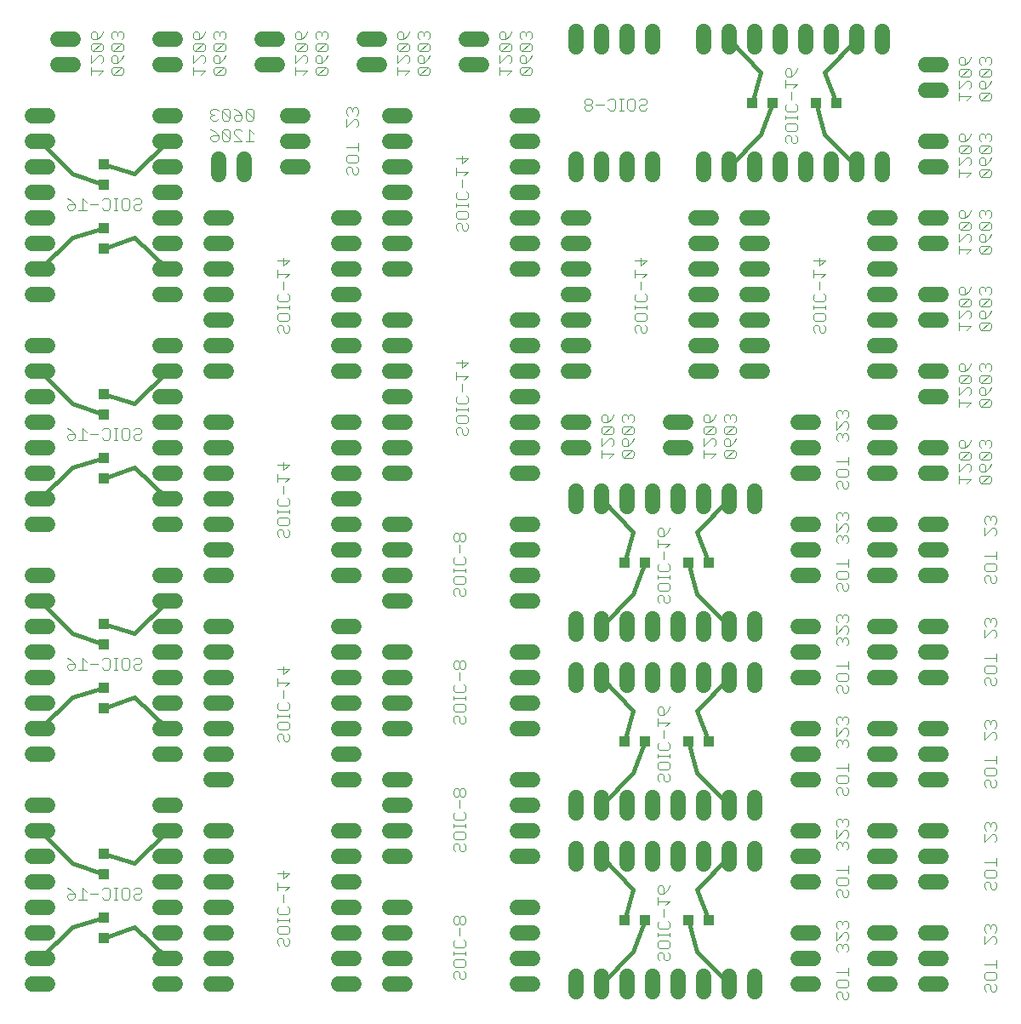
<source format=gbl>
G75*
%MOIN*%
%OFA0B0*%
%FSLAX25Y25*%
%IPPOS*%
%LPD*%
%AMOC8*
5,1,8,0,0,1.08239X$1,22.5*
%
%ADD10C,0.00400*%
%ADD11C,0.06000*%
%ADD12C,0.01600*%
%ADD13R,0.03962X0.03962*%
D10*
X0026721Y0045713D02*
X0025954Y0046480D01*
X0025954Y0047247D01*
X0026721Y0048015D01*
X0029023Y0048015D01*
X0029023Y0046480D01*
X0028256Y0045713D01*
X0026721Y0045713D01*
X0029023Y0048015D02*
X0027488Y0049549D01*
X0025954Y0050317D01*
X0030558Y0045713D02*
X0033627Y0045713D01*
X0032092Y0045713D02*
X0032092Y0050317D01*
X0033627Y0048782D01*
X0035161Y0048015D02*
X0038231Y0048015D01*
X0039765Y0049549D02*
X0040533Y0050317D01*
X0042067Y0050317D01*
X0042835Y0049549D01*
X0042835Y0046480D01*
X0042067Y0045713D01*
X0040533Y0045713D01*
X0039765Y0046480D01*
X0044369Y0045713D02*
X0045904Y0045713D01*
X0045137Y0045713D02*
X0045137Y0050317D01*
X0045904Y0050317D02*
X0044369Y0050317D01*
X0047439Y0049549D02*
X0048206Y0050317D01*
X0049741Y0050317D01*
X0050508Y0049549D01*
X0050508Y0046480D01*
X0049741Y0045713D01*
X0048206Y0045713D01*
X0047439Y0046480D01*
X0047439Y0049549D01*
X0052043Y0049549D02*
X0052810Y0050317D01*
X0054345Y0050317D01*
X0055112Y0049549D01*
X0055112Y0048782D01*
X0054345Y0048015D01*
X0052810Y0048015D01*
X0052043Y0047247D01*
X0052043Y0046480D01*
X0052810Y0045713D01*
X0054345Y0045713D01*
X0055112Y0046480D01*
X0108512Y0049198D02*
X0108512Y0052267D01*
X0108512Y0050732D02*
X0113116Y0050732D01*
X0111581Y0049198D01*
X0110814Y0047663D02*
X0110814Y0044594D01*
X0112348Y0043059D02*
X0113116Y0042292D01*
X0113116Y0040757D01*
X0112348Y0039990D01*
X0109279Y0039990D01*
X0108512Y0040757D01*
X0108512Y0042292D01*
X0109279Y0043059D01*
X0108512Y0038455D02*
X0108512Y0036921D01*
X0108512Y0037688D02*
X0113116Y0037688D01*
X0113116Y0036921D02*
X0113116Y0038455D01*
X0112348Y0035386D02*
X0109279Y0035386D01*
X0108512Y0034619D01*
X0108512Y0033084D01*
X0109279Y0032317D01*
X0112348Y0032317D01*
X0113116Y0033084D01*
X0113116Y0034619D01*
X0112348Y0035386D01*
X0112348Y0030782D02*
X0113116Y0030015D01*
X0113116Y0028480D01*
X0112348Y0027713D01*
X0111581Y0027713D01*
X0110814Y0028480D01*
X0110814Y0030015D01*
X0110046Y0030782D01*
X0109279Y0030782D01*
X0108512Y0030015D01*
X0108512Y0028480D01*
X0109279Y0027713D01*
X0110814Y0053802D02*
X0110814Y0056871D01*
X0108512Y0056104D02*
X0113116Y0056104D01*
X0110814Y0053802D01*
X0111581Y0107713D02*
X0110814Y0108480D01*
X0110814Y0110015D01*
X0110046Y0110782D01*
X0109279Y0110782D01*
X0108512Y0110015D01*
X0108512Y0108480D01*
X0109279Y0107713D01*
X0111581Y0107713D02*
X0112348Y0107713D01*
X0113116Y0108480D01*
X0113116Y0110015D01*
X0112348Y0110782D01*
X0112348Y0112317D02*
X0109279Y0112317D01*
X0108512Y0113084D01*
X0108512Y0114619D01*
X0109279Y0115386D01*
X0112348Y0115386D01*
X0113116Y0114619D01*
X0113116Y0113084D01*
X0112348Y0112317D01*
X0113116Y0116921D02*
X0113116Y0118455D01*
X0113116Y0117688D02*
X0108512Y0117688D01*
X0108512Y0116921D02*
X0108512Y0118455D01*
X0109279Y0119990D02*
X0108512Y0120757D01*
X0108512Y0122292D01*
X0109279Y0123059D01*
X0110814Y0124594D02*
X0110814Y0127663D01*
X0111581Y0129198D02*
X0113116Y0130732D01*
X0108512Y0130732D01*
X0108512Y0129198D02*
X0108512Y0132267D01*
X0110814Y0133802D02*
X0110814Y0136871D01*
X0108512Y0136104D02*
X0113116Y0136104D01*
X0110814Y0133802D01*
X0112348Y0123059D02*
X0113116Y0122292D01*
X0113116Y0120757D01*
X0112348Y0119990D01*
X0109279Y0119990D01*
X0055112Y0136480D02*
X0054345Y0135713D01*
X0052810Y0135713D01*
X0052043Y0136480D01*
X0052043Y0137247D01*
X0052810Y0138015D01*
X0054345Y0138015D01*
X0055112Y0138782D01*
X0055112Y0139549D01*
X0054345Y0140317D01*
X0052810Y0140317D01*
X0052043Y0139549D01*
X0050508Y0139549D02*
X0050508Y0136480D01*
X0049741Y0135713D01*
X0048206Y0135713D01*
X0047439Y0136480D01*
X0047439Y0139549D01*
X0048206Y0140317D01*
X0049741Y0140317D01*
X0050508Y0139549D01*
X0045904Y0140317D02*
X0044369Y0140317D01*
X0045137Y0140317D02*
X0045137Y0135713D01*
X0045904Y0135713D02*
X0044369Y0135713D01*
X0042835Y0136480D02*
X0042835Y0139549D01*
X0042067Y0140317D01*
X0040533Y0140317D01*
X0039765Y0139549D01*
X0038231Y0138015D02*
X0035161Y0138015D01*
X0033627Y0138782D02*
X0032092Y0140317D01*
X0032092Y0135713D01*
X0030558Y0135713D02*
X0033627Y0135713D01*
X0029023Y0136480D02*
X0028256Y0135713D01*
X0026721Y0135713D01*
X0025954Y0136480D01*
X0025954Y0137247D01*
X0026721Y0138015D01*
X0029023Y0138015D01*
X0029023Y0136480D01*
X0029023Y0138015D02*
X0027488Y0139549D01*
X0025954Y0140317D01*
X0039765Y0136480D02*
X0040533Y0135713D01*
X0042067Y0135713D01*
X0042835Y0136480D01*
X0108512Y0188480D02*
X0109279Y0187713D01*
X0108512Y0188480D02*
X0108512Y0190015D01*
X0109279Y0190782D01*
X0110046Y0190782D01*
X0110814Y0190015D01*
X0110814Y0188480D01*
X0111581Y0187713D01*
X0112348Y0187713D01*
X0113116Y0188480D01*
X0113116Y0190015D01*
X0112348Y0190782D01*
X0112348Y0192317D02*
X0109279Y0192317D01*
X0108512Y0193084D01*
X0108512Y0194619D01*
X0109279Y0195386D01*
X0112348Y0195386D01*
X0113116Y0194619D01*
X0113116Y0193084D01*
X0112348Y0192317D01*
X0113116Y0196921D02*
X0113116Y0198455D01*
X0113116Y0197688D02*
X0108512Y0197688D01*
X0108512Y0196921D02*
X0108512Y0198455D01*
X0109279Y0199990D02*
X0108512Y0200757D01*
X0108512Y0202292D01*
X0109279Y0203059D01*
X0110814Y0204594D02*
X0110814Y0207663D01*
X0111581Y0209198D02*
X0113116Y0210732D01*
X0108512Y0210732D01*
X0108512Y0209198D02*
X0108512Y0212267D01*
X0110814Y0213802D02*
X0110814Y0216871D01*
X0108512Y0216104D02*
X0113116Y0216104D01*
X0110814Y0213802D01*
X0112348Y0203059D02*
X0113116Y0202292D01*
X0113116Y0200757D01*
X0112348Y0199990D01*
X0109279Y0199990D01*
X0055112Y0226480D02*
X0054345Y0225713D01*
X0052810Y0225713D01*
X0052043Y0226480D01*
X0052043Y0227247D01*
X0052810Y0228015D01*
X0054345Y0228015D01*
X0055112Y0228782D01*
X0055112Y0229549D01*
X0054345Y0230317D01*
X0052810Y0230317D01*
X0052043Y0229549D01*
X0050508Y0229549D02*
X0050508Y0226480D01*
X0049741Y0225713D01*
X0048206Y0225713D01*
X0047439Y0226480D01*
X0047439Y0229549D01*
X0048206Y0230317D01*
X0049741Y0230317D01*
X0050508Y0229549D01*
X0045904Y0230317D02*
X0044369Y0230317D01*
X0045137Y0230317D02*
X0045137Y0225713D01*
X0045904Y0225713D02*
X0044369Y0225713D01*
X0042835Y0226480D02*
X0042067Y0225713D01*
X0040533Y0225713D01*
X0039765Y0226480D01*
X0038231Y0228015D02*
X0035161Y0228015D01*
X0033627Y0228782D02*
X0032092Y0230317D01*
X0032092Y0225713D01*
X0030558Y0225713D02*
X0033627Y0225713D01*
X0029023Y0226480D02*
X0028256Y0225713D01*
X0026721Y0225713D01*
X0025954Y0226480D01*
X0025954Y0227247D01*
X0026721Y0228015D01*
X0029023Y0228015D01*
X0029023Y0226480D01*
X0029023Y0228015D02*
X0027488Y0229549D01*
X0025954Y0230317D01*
X0039765Y0229549D02*
X0040533Y0230317D01*
X0042067Y0230317D01*
X0042835Y0229549D01*
X0042835Y0226480D01*
X0108512Y0268480D02*
X0109279Y0267713D01*
X0108512Y0268480D02*
X0108512Y0270015D01*
X0109279Y0270782D01*
X0110046Y0270782D01*
X0110814Y0270015D01*
X0110814Y0268480D01*
X0111581Y0267713D01*
X0112348Y0267713D01*
X0113116Y0268480D01*
X0113116Y0270015D01*
X0112348Y0270782D01*
X0112348Y0272317D02*
X0109279Y0272317D01*
X0108512Y0273084D01*
X0108512Y0274619D01*
X0109279Y0275386D01*
X0112348Y0275386D01*
X0113116Y0274619D01*
X0113116Y0273084D01*
X0112348Y0272317D01*
X0113116Y0276921D02*
X0113116Y0278455D01*
X0113116Y0277688D02*
X0108512Y0277688D01*
X0108512Y0276921D02*
X0108512Y0278455D01*
X0109279Y0279990D02*
X0108512Y0280757D01*
X0108512Y0282292D01*
X0109279Y0283059D01*
X0110814Y0284594D02*
X0110814Y0287663D01*
X0111581Y0289198D02*
X0113116Y0290732D01*
X0108512Y0290732D01*
X0108512Y0289198D02*
X0108512Y0292267D01*
X0110814Y0293802D02*
X0110814Y0296871D01*
X0108512Y0296104D02*
X0113116Y0296104D01*
X0110814Y0293802D01*
X0112348Y0283059D02*
X0113116Y0282292D01*
X0113116Y0280757D01*
X0112348Y0279990D01*
X0109279Y0279990D01*
X0136279Y0329713D02*
X0135512Y0330480D01*
X0135512Y0332015D01*
X0136279Y0332782D01*
X0137046Y0332782D01*
X0137814Y0332015D01*
X0137814Y0330480D01*
X0138581Y0329713D01*
X0139348Y0329713D01*
X0140116Y0330480D01*
X0140116Y0332015D01*
X0139348Y0332782D01*
X0139348Y0334317D02*
X0136279Y0334317D01*
X0135512Y0335084D01*
X0135512Y0336619D01*
X0136279Y0337386D01*
X0139348Y0337386D01*
X0140116Y0336619D01*
X0140116Y0335084D01*
X0139348Y0334317D01*
X0140116Y0338921D02*
X0140116Y0341990D01*
X0140116Y0340455D02*
X0135512Y0340455D01*
X0135512Y0348128D02*
X0138581Y0351198D01*
X0139348Y0351198D01*
X0140116Y0350430D01*
X0140116Y0348896D01*
X0139348Y0348128D01*
X0135512Y0348128D02*
X0135512Y0351198D01*
X0136279Y0352732D02*
X0135512Y0353500D01*
X0135512Y0355034D01*
X0136279Y0355802D01*
X0137046Y0355802D01*
X0137814Y0355034D01*
X0137814Y0354267D01*
X0137814Y0355034D02*
X0138581Y0355802D01*
X0139348Y0355802D01*
X0140116Y0355034D01*
X0140116Y0353500D01*
X0139348Y0352732D01*
X0127348Y0368713D02*
X0128116Y0369480D01*
X0128116Y0371015D01*
X0127348Y0371782D01*
X0124279Y0368713D01*
X0123512Y0369480D01*
X0123512Y0371015D01*
X0124279Y0371782D01*
X0127348Y0371782D01*
X0125814Y0373317D02*
X0125814Y0375619D01*
X0125046Y0376386D01*
X0124279Y0376386D01*
X0123512Y0375619D01*
X0123512Y0374084D01*
X0124279Y0373317D01*
X0125814Y0373317D01*
X0127348Y0374851D01*
X0128116Y0376386D01*
X0127348Y0377921D02*
X0128116Y0378688D01*
X0128116Y0380223D01*
X0127348Y0380990D01*
X0124279Y0377921D01*
X0123512Y0378688D01*
X0123512Y0380223D01*
X0124279Y0380990D01*
X0127348Y0380990D01*
X0127348Y0382525D02*
X0128116Y0383292D01*
X0128116Y0384826D01*
X0127348Y0385594D01*
X0126581Y0385594D01*
X0125814Y0384826D01*
X0125046Y0385594D01*
X0124279Y0385594D01*
X0123512Y0384826D01*
X0123512Y0383292D01*
X0124279Y0382525D01*
X0125814Y0384059D02*
X0125814Y0384826D01*
X0120116Y0385594D02*
X0119348Y0384059D01*
X0117814Y0382525D01*
X0117814Y0384826D01*
X0117046Y0385594D01*
X0116279Y0385594D01*
X0115512Y0384826D01*
X0115512Y0383292D01*
X0116279Y0382525D01*
X0117814Y0382525D01*
X0119348Y0380990D02*
X0116279Y0377921D01*
X0115512Y0378688D01*
X0115512Y0380223D01*
X0116279Y0380990D01*
X0119348Y0380990D01*
X0120116Y0380223D01*
X0120116Y0378688D01*
X0119348Y0377921D01*
X0116279Y0377921D01*
X0115512Y0376386D02*
X0115512Y0373317D01*
X0118581Y0376386D01*
X0119348Y0376386D01*
X0120116Y0375619D01*
X0120116Y0374084D01*
X0119348Y0373317D01*
X0120116Y0370247D02*
X0118581Y0368713D01*
X0120116Y0370247D02*
X0115512Y0370247D01*
X0115512Y0368713D02*
X0115512Y0371782D01*
X0124279Y0368713D02*
X0127348Y0368713D01*
X0127348Y0377921D02*
X0124279Y0377921D01*
X0155512Y0378688D02*
X0156279Y0377921D01*
X0159348Y0380990D01*
X0156279Y0380990D01*
X0155512Y0380223D01*
X0155512Y0378688D01*
X0156279Y0377921D02*
X0159348Y0377921D01*
X0160116Y0378688D01*
X0160116Y0380223D01*
X0159348Y0380990D01*
X0157814Y0382525D02*
X0157814Y0384826D01*
X0157046Y0385594D01*
X0156279Y0385594D01*
X0155512Y0384826D01*
X0155512Y0383292D01*
X0156279Y0382525D01*
X0157814Y0382525D01*
X0159348Y0384059D01*
X0160116Y0385594D01*
X0163512Y0384826D02*
X0163512Y0383292D01*
X0164279Y0382525D01*
X0164279Y0380990D02*
X0163512Y0380223D01*
X0163512Y0378688D01*
X0164279Y0377921D01*
X0167348Y0380990D01*
X0164279Y0380990D01*
X0164279Y0377921D02*
X0167348Y0377921D01*
X0168116Y0378688D01*
X0168116Y0380223D01*
X0167348Y0380990D01*
X0167348Y0382525D02*
X0168116Y0383292D01*
X0168116Y0384826D01*
X0167348Y0385594D01*
X0166581Y0385594D01*
X0165814Y0384826D01*
X0165046Y0385594D01*
X0164279Y0385594D01*
X0163512Y0384826D01*
X0165814Y0384826D02*
X0165814Y0384059D01*
X0165046Y0376386D02*
X0165814Y0375619D01*
X0165814Y0373317D01*
X0164279Y0373317D01*
X0163512Y0374084D01*
X0163512Y0375619D01*
X0164279Y0376386D01*
X0165046Y0376386D01*
X0167348Y0374851D02*
X0165814Y0373317D01*
X0167348Y0374851D02*
X0168116Y0376386D01*
X0167348Y0371782D02*
X0164279Y0368713D01*
X0163512Y0369480D01*
X0163512Y0371015D01*
X0164279Y0371782D01*
X0167348Y0371782D01*
X0168116Y0371015D01*
X0168116Y0369480D01*
X0167348Y0368713D01*
X0164279Y0368713D01*
X0160116Y0370247D02*
X0155512Y0370247D01*
X0155512Y0368713D02*
X0155512Y0371782D01*
X0155512Y0373317D02*
X0158581Y0376386D01*
X0159348Y0376386D01*
X0160116Y0375619D01*
X0160116Y0374084D01*
X0159348Y0373317D01*
X0160116Y0370247D02*
X0158581Y0368713D01*
X0155512Y0373317D02*
X0155512Y0376386D01*
X0195512Y0376386D02*
X0195512Y0373317D01*
X0198581Y0376386D01*
X0199348Y0376386D01*
X0200116Y0375619D01*
X0200116Y0374084D01*
X0199348Y0373317D01*
X0200116Y0370247D02*
X0198581Y0368713D01*
X0200116Y0370247D02*
X0195512Y0370247D01*
X0195512Y0368713D02*
X0195512Y0371782D01*
X0196279Y0377921D02*
X0195512Y0378688D01*
X0195512Y0380223D01*
X0196279Y0380990D01*
X0199348Y0380990D01*
X0196279Y0377921D01*
X0199348Y0377921D01*
X0200116Y0378688D01*
X0200116Y0380223D01*
X0199348Y0380990D01*
X0197814Y0382525D02*
X0197814Y0384826D01*
X0197046Y0385594D01*
X0196279Y0385594D01*
X0195512Y0384826D01*
X0195512Y0383292D01*
X0196279Y0382525D01*
X0197814Y0382525D01*
X0199348Y0384059D01*
X0200116Y0385594D01*
X0203512Y0384826D02*
X0203512Y0383292D01*
X0204279Y0382525D01*
X0204279Y0380990D02*
X0203512Y0380223D01*
X0203512Y0378688D01*
X0204279Y0377921D01*
X0207348Y0380990D01*
X0204279Y0380990D01*
X0204279Y0377921D02*
X0207348Y0377921D01*
X0208116Y0378688D01*
X0208116Y0380223D01*
X0207348Y0380990D01*
X0207348Y0382525D02*
X0208116Y0383292D01*
X0208116Y0384826D01*
X0207348Y0385594D01*
X0206581Y0385594D01*
X0205814Y0384826D01*
X0205046Y0385594D01*
X0204279Y0385594D01*
X0203512Y0384826D01*
X0205814Y0384826D02*
X0205814Y0384059D01*
X0205046Y0376386D02*
X0205814Y0375619D01*
X0205814Y0373317D01*
X0204279Y0373317D01*
X0203512Y0374084D01*
X0203512Y0375619D01*
X0204279Y0376386D01*
X0205046Y0376386D01*
X0207348Y0374851D02*
X0205814Y0373317D01*
X0207348Y0374851D02*
X0208116Y0376386D01*
X0207348Y0371782D02*
X0204279Y0368713D01*
X0203512Y0369480D01*
X0203512Y0371015D01*
X0204279Y0371782D01*
X0207348Y0371782D01*
X0208116Y0371015D01*
X0208116Y0369480D01*
X0207348Y0368713D01*
X0204279Y0368713D01*
X0228647Y0358549D02*
X0228647Y0357782D01*
X0229414Y0357015D01*
X0230948Y0357015D01*
X0231716Y0357782D01*
X0231716Y0358549D01*
X0230948Y0359317D01*
X0229414Y0359317D01*
X0228647Y0358549D01*
X0229414Y0357015D02*
X0228647Y0356247D01*
X0228647Y0355480D01*
X0229414Y0354713D01*
X0230948Y0354713D01*
X0231716Y0355480D01*
X0231716Y0356247D01*
X0230948Y0357015D01*
X0233250Y0357015D02*
X0236320Y0357015D01*
X0237854Y0358549D02*
X0238622Y0359317D01*
X0240156Y0359317D01*
X0240924Y0358549D01*
X0240924Y0355480D01*
X0240156Y0354713D01*
X0238622Y0354713D01*
X0237854Y0355480D01*
X0242458Y0354713D02*
X0243993Y0354713D01*
X0243226Y0354713D02*
X0243226Y0359317D01*
X0243993Y0359317D02*
X0242458Y0359317D01*
X0245528Y0358549D02*
X0245528Y0355480D01*
X0246295Y0354713D01*
X0247830Y0354713D01*
X0248597Y0355480D01*
X0248597Y0358549D01*
X0247830Y0359317D01*
X0246295Y0359317D01*
X0245528Y0358549D01*
X0250131Y0358549D02*
X0250899Y0359317D01*
X0252433Y0359317D01*
X0253201Y0358549D01*
X0253201Y0357782D01*
X0252433Y0357015D01*
X0250899Y0357015D01*
X0250131Y0356247D01*
X0250131Y0355480D01*
X0250899Y0354713D01*
X0252433Y0354713D01*
X0253201Y0355480D01*
X0307512Y0355064D02*
X0307512Y0356599D01*
X0308279Y0357366D01*
X0309814Y0358901D02*
X0309814Y0361970D01*
X0310581Y0363505D02*
X0312116Y0365039D01*
X0307512Y0365039D01*
X0307512Y0363505D02*
X0307512Y0366574D01*
X0308279Y0368109D02*
X0307512Y0368876D01*
X0307512Y0370411D01*
X0308279Y0371178D01*
X0309046Y0371178D01*
X0309814Y0370411D01*
X0309814Y0368109D01*
X0308279Y0368109D01*
X0309814Y0368109D02*
X0311348Y0369643D01*
X0312116Y0371178D01*
X0311348Y0357366D02*
X0312116Y0356599D01*
X0312116Y0355064D01*
X0311348Y0354297D01*
X0308279Y0354297D01*
X0307512Y0355064D01*
X0307512Y0352762D02*
X0307512Y0351228D01*
X0307512Y0351995D02*
X0312116Y0351995D01*
X0312116Y0351228D02*
X0312116Y0352762D01*
X0311348Y0349693D02*
X0312116Y0348926D01*
X0312116Y0347391D01*
X0311348Y0346624D01*
X0308279Y0346624D01*
X0307512Y0347391D01*
X0307512Y0348926D01*
X0308279Y0349693D01*
X0311348Y0349693D01*
X0311348Y0345089D02*
X0312116Y0344322D01*
X0312116Y0342787D01*
X0311348Y0342020D01*
X0310581Y0342020D01*
X0309814Y0342787D01*
X0309814Y0344322D01*
X0309046Y0345089D01*
X0308279Y0345089D01*
X0307512Y0344322D01*
X0307512Y0342787D01*
X0308279Y0342020D01*
X0320814Y0296871D02*
X0320814Y0293802D01*
X0323116Y0296104D01*
X0318512Y0296104D01*
X0318512Y0292267D02*
X0318512Y0289198D01*
X0318512Y0290732D02*
X0323116Y0290732D01*
X0321581Y0289198D01*
X0320814Y0287663D02*
X0320814Y0284594D01*
X0322348Y0283059D02*
X0323116Y0282292D01*
X0323116Y0280757D01*
X0322348Y0279990D01*
X0319279Y0279990D01*
X0318512Y0280757D01*
X0318512Y0282292D01*
X0319279Y0283059D01*
X0318512Y0278455D02*
X0318512Y0276921D01*
X0318512Y0277688D02*
X0323116Y0277688D01*
X0323116Y0276921D02*
X0323116Y0278455D01*
X0322348Y0275386D02*
X0319279Y0275386D01*
X0318512Y0274619D01*
X0318512Y0273084D01*
X0319279Y0272317D01*
X0322348Y0272317D01*
X0323116Y0273084D01*
X0323116Y0274619D01*
X0322348Y0275386D01*
X0322348Y0270782D02*
X0323116Y0270015D01*
X0323116Y0268480D01*
X0322348Y0267713D01*
X0321581Y0267713D01*
X0320814Y0268480D01*
X0320814Y0270015D01*
X0320046Y0270782D01*
X0319279Y0270782D01*
X0318512Y0270015D01*
X0318512Y0268480D01*
X0319279Y0267713D01*
X0328279Y0237406D02*
X0327512Y0236638D01*
X0327512Y0235104D01*
X0328279Y0234336D01*
X0327512Y0232802D02*
X0327512Y0229732D01*
X0330581Y0232802D01*
X0331348Y0232802D01*
X0332116Y0232034D01*
X0332116Y0230500D01*
X0331348Y0229732D01*
X0331348Y0228198D02*
X0330581Y0228198D01*
X0329814Y0227430D01*
X0329046Y0228198D01*
X0328279Y0228198D01*
X0327512Y0227430D01*
X0327512Y0225896D01*
X0328279Y0225128D01*
X0329814Y0226663D02*
X0329814Y0227430D01*
X0331348Y0228198D02*
X0332116Y0227430D01*
X0332116Y0225896D01*
X0331348Y0225128D01*
X0332116Y0218990D02*
X0332116Y0215921D01*
X0332116Y0217455D02*
X0327512Y0217455D01*
X0328279Y0214386D02*
X0327512Y0213619D01*
X0327512Y0212084D01*
X0328279Y0211317D01*
X0331348Y0211317D01*
X0332116Y0212084D01*
X0332116Y0213619D01*
X0331348Y0214386D01*
X0328279Y0214386D01*
X0328279Y0209782D02*
X0327512Y0209015D01*
X0327512Y0207480D01*
X0328279Y0206713D01*
X0329814Y0207480D02*
X0329814Y0209015D01*
X0329046Y0209782D01*
X0328279Y0209782D01*
X0329814Y0207480D02*
X0330581Y0206713D01*
X0331348Y0206713D01*
X0332116Y0207480D01*
X0332116Y0209015D01*
X0331348Y0209782D01*
X0331348Y0197406D02*
X0330581Y0197406D01*
X0329814Y0196638D01*
X0329046Y0197406D01*
X0328279Y0197406D01*
X0327512Y0196638D01*
X0327512Y0195104D01*
X0328279Y0194336D01*
X0327512Y0192802D02*
X0327512Y0189732D01*
X0330581Y0192802D01*
X0331348Y0192802D01*
X0332116Y0192034D01*
X0332116Y0190500D01*
X0331348Y0189732D01*
X0331348Y0188198D02*
X0330581Y0188198D01*
X0329814Y0187430D01*
X0329046Y0188198D01*
X0328279Y0188198D01*
X0327512Y0187430D01*
X0327512Y0185896D01*
X0328279Y0185128D01*
X0329814Y0186663D02*
X0329814Y0187430D01*
X0331348Y0188198D02*
X0332116Y0187430D01*
X0332116Y0185896D01*
X0331348Y0185128D01*
X0332116Y0178990D02*
X0332116Y0175921D01*
X0332116Y0177455D02*
X0327512Y0177455D01*
X0328279Y0174386D02*
X0327512Y0173619D01*
X0327512Y0172084D01*
X0328279Y0171317D01*
X0331348Y0171317D01*
X0332116Y0172084D01*
X0332116Y0173619D01*
X0331348Y0174386D01*
X0328279Y0174386D01*
X0328279Y0169782D02*
X0327512Y0169015D01*
X0327512Y0167480D01*
X0328279Y0166713D01*
X0329814Y0167480D02*
X0330581Y0166713D01*
X0331348Y0166713D01*
X0332116Y0167480D01*
X0332116Y0169015D01*
X0331348Y0169782D01*
X0329814Y0169015D02*
X0329046Y0169782D01*
X0328279Y0169782D01*
X0329814Y0169015D02*
X0329814Y0167480D01*
X0330581Y0157406D02*
X0329814Y0156638D01*
X0329046Y0157406D01*
X0328279Y0157406D01*
X0327512Y0156638D01*
X0327512Y0155104D01*
X0328279Y0154336D01*
X0327512Y0152802D02*
X0327512Y0149732D01*
X0330581Y0152802D01*
X0331348Y0152802D01*
X0332116Y0152034D01*
X0332116Y0150500D01*
X0331348Y0149732D01*
X0331348Y0148198D02*
X0330581Y0148198D01*
X0329814Y0147430D01*
X0329046Y0148198D01*
X0328279Y0148198D01*
X0327512Y0147430D01*
X0327512Y0145896D01*
X0328279Y0145128D01*
X0329814Y0146663D02*
X0329814Y0147430D01*
X0331348Y0148198D02*
X0332116Y0147430D01*
X0332116Y0145896D01*
X0331348Y0145128D01*
X0332116Y0138990D02*
X0332116Y0135921D01*
X0332116Y0137455D02*
X0327512Y0137455D01*
X0328279Y0134386D02*
X0327512Y0133619D01*
X0327512Y0132084D01*
X0328279Y0131317D01*
X0331348Y0131317D01*
X0332116Y0132084D01*
X0332116Y0133619D01*
X0331348Y0134386D01*
X0328279Y0134386D01*
X0328279Y0129782D02*
X0327512Y0129015D01*
X0327512Y0127480D01*
X0328279Y0126713D01*
X0329814Y0127480D02*
X0330581Y0126713D01*
X0331348Y0126713D01*
X0332116Y0127480D01*
X0332116Y0129015D01*
X0331348Y0129782D01*
X0329814Y0129015D02*
X0329046Y0129782D01*
X0328279Y0129782D01*
X0329814Y0129015D02*
X0329814Y0127480D01*
X0330581Y0117406D02*
X0329814Y0116638D01*
X0329046Y0117406D01*
X0328279Y0117406D01*
X0327512Y0116638D01*
X0327512Y0115104D01*
X0328279Y0114336D01*
X0327512Y0112802D02*
X0327512Y0109732D01*
X0330581Y0112802D01*
X0331348Y0112802D01*
X0332116Y0112034D01*
X0332116Y0110500D01*
X0331348Y0109732D01*
X0331348Y0108198D02*
X0330581Y0108198D01*
X0329814Y0107430D01*
X0329046Y0108198D01*
X0328279Y0108198D01*
X0327512Y0107430D01*
X0327512Y0105896D01*
X0328279Y0105128D01*
X0329814Y0106663D02*
X0329814Y0107430D01*
X0331348Y0108198D02*
X0332116Y0107430D01*
X0332116Y0105896D01*
X0331348Y0105128D01*
X0332116Y0098990D02*
X0332116Y0095921D01*
X0332116Y0097455D02*
X0327512Y0097455D01*
X0328279Y0094386D02*
X0327512Y0093619D01*
X0327512Y0092084D01*
X0328279Y0091317D01*
X0331348Y0091317D01*
X0332116Y0092084D01*
X0332116Y0093619D01*
X0331348Y0094386D01*
X0328279Y0094386D01*
X0328279Y0089782D02*
X0327512Y0089015D01*
X0327512Y0087480D01*
X0328279Y0086713D01*
X0329814Y0087480D02*
X0330581Y0086713D01*
X0331348Y0086713D01*
X0332116Y0087480D01*
X0332116Y0089015D01*
X0331348Y0089782D01*
X0329814Y0089015D02*
X0329046Y0089782D01*
X0328279Y0089782D01*
X0329814Y0089015D02*
X0329814Y0087480D01*
X0330581Y0077406D02*
X0329814Y0076638D01*
X0329046Y0077406D01*
X0328279Y0077406D01*
X0327512Y0076638D01*
X0327512Y0075104D01*
X0328279Y0074336D01*
X0327512Y0072802D02*
X0327512Y0069732D01*
X0330581Y0072802D01*
X0331348Y0072802D01*
X0332116Y0072034D01*
X0332116Y0070500D01*
X0331348Y0069732D01*
X0331348Y0068198D02*
X0330581Y0068198D01*
X0329814Y0067430D01*
X0329046Y0068198D01*
X0328279Y0068198D01*
X0327512Y0067430D01*
X0327512Y0065896D01*
X0328279Y0065128D01*
X0329814Y0066663D02*
X0329814Y0067430D01*
X0331348Y0068198D02*
X0332116Y0067430D01*
X0332116Y0065896D01*
X0331348Y0065128D01*
X0332116Y0058990D02*
X0332116Y0055921D01*
X0332116Y0057455D02*
X0327512Y0057455D01*
X0328279Y0054386D02*
X0327512Y0053619D01*
X0327512Y0052084D01*
X0328279Y0051317D01*
X0331348Y0051317D01*
X0332116Y0052084D01*
X0332116Y0053619D01*
X0331348Y0054386D01*
X0328279Y0054386D01*
X0328279Y0049782D02*
X0327512Y0049015D01*
X0327512Y0047480D01*
X0328279Y0046713D01*
X0329814Y0047480D02*
X0329814Y0049015D01*
X0329046Y0049782D01*
X0328279Y0049782D01*
X0329814Y0047480D02*
X0330581Y0046713D01*
X0331348Y0046713D01*
X0332116Y0047480D01*
X0332116Y0049015D01*
X0331348Y0049782D01*
X0331348Y0037406D02*
X0330581Y0037406D01*
X0329814Y0036638D01*
X0329046Y0037406D01*
X0328279Y0037406D01*
X0327512Y0036638D01*
X0327512Y0035104D01*
X0328279Y0034336D01*
X0327512Y0032802D02*
X0327512Y0029732D01*
X0330581Y0032802D01*
X0331348Y0032802D01*
X0332116Y0032034D01*
X0332116Y0030500D01*
X0331348Y0029732D01*
X0331348Y0028198D02*
X0330581Y0028198D01*
X0329814Y0027430D01*
X0329046Y0028198D01*
X0328279Y0028198D01*
X0327512Y0027430D01*
X0327512Y0025896D01*
X0328279Y0025128D01*
X0329814Y0026663D02*
X0329814Y0027430D01*
X0331348Y0028198D02*
X0332116Y0027430D01*
X0332116Y0025896D01*
X0331348Y0025128D01*
X0332116Y0018990D02*
X0332116Y0015921D01*
X0332116Y0017455D02*
X0327512Y0017455D01*
X0328279Y0014386D02*
X0327512Y0013619D01*
X0327512Y0012084D01*
X0328279Y0011317D01*
X0331348Y0011317D01*
X0332116Y0012084D01*
X0332116Y0013619D01*
X0331348Y0014386D01*
X0328279Y0014386D01*
X0328279Y0009782D02*
X0327512Y0009015D01*
X0327512Y0007480D01*
X0328279Y0006713D01*
X0329814Y0007480D02*
X0329814Y0009015D01*
X0329046Y0009782D01*
X0328279Y0009782D01*
X0329814Y0007480D02*
X0330581Y0006713D01*
X0331348Y0006713D01*
X0332116Y0007480D01*
X0332116Y0009015D01*
X0331348Y0009782D01*
X0331348Y0034336D02*
X0332116Y0035104D01*
X0332116Y0036638D01*
X0331348Y0037406D01*
X0329814Y0036638D02*
X0329814Y0035871D01*
X0331348Y0074336D02*
X0332116Y0075104D01*
X0332116Y0076638D01*
X0331348Y0077406D01*
X0330581Y0077406D01*
X0329814Y0076638D02*
X0329814Y0075871D01*
X0331348Y0114336D02*
X0332116Y0115104D01*
X0332116Y0116638D01*
X0331348Y0117406D01*
X0330581Y0117406D01*
X0329814Y0116638D02*
X0329814Y0115871D01*
X0331348Y0154336D02*
X0332116Y0155104D01*
X0332116Y0156638D01*
X0331348Y0157406D01*
X0330581Y0157406D01*
X0329814Y0156638D02*
X0329814Y0155871D01*
X0331348Y0194336D02*
X0332116Y0195104D01*
X0332116Y0196638D01*
X0331348Y0197406D01*
X0329814Y0196638D02*
X0329814Y0195871D01*
X0331348Y0234336D02*
X0332116Y0235104D01*
X0332116Y0236638D01*
X0331348Y0237406D01*
X0330581Y0237406D01*
X0329814Y0236638D01*
X0329046Y0237406D01*
X0328279Y0237406D01*
X0329814Y0236638D02*
X0329814Y0235871D01*
X0288116Y0234826D02*
X0288116Y0233292D01*
X0287348Y0232525D01*
X0287348Y0230990D02*
X0284279Y0227921D01*
X0283512Y0228688D01*
X0283512Y0230223D01*
X0284279Y0230990D01*
X0287348Y0230990D01*
X0288116Y0230223D01*
X0288116Y0228688D01*
X0287348Y0227921D01*
X0284279Y0227921D01*
X0284279Y0226386D02*
X0283512Y0225619D01*
X0283512Y0224084D01*
X0284279Y0223317D01*
X0285814Y0223317D01*
X0285814Y0225619D01*
X0285046Y0226386D01*
X0284279Y0226386D01*
X0287348Y0224851D02*
X0285814Y0223317D01*
X0287348Y0224851D02*
X0288116Y0226386D01*
X0287348Y0221782D02*
X0284279Y0218713D01*
X0283512Y0219480D01*
X0283512Y0221015D01*
X0284279Y0221782D01*
X0287348Y0221782D01*
X0288116Y0221015D01*
X0288116Y0219480D01*
X0287348Y0218713D01*
X0284279Y0218713D01*
X0280116Y0220247D02*
X0275512Y0220247D01*
X0275512Y0218713D02*
X0275512Y0221782D01*
X0275512Y0223317D02*
X0278581Y0226386D01*
X0279348Y0226386D01*
X0280116Y0225619D01*
X0280116Y0224084D01*
X0279348Y0223317D01*
X0280116Y0220247D02*
X0278581Y0218713D01*
X0275512Y0223317D02*
X0275512Y0226386D01*
X0276279Y0227921D02*
X0275512Y0228688D01*
X0275512Y0230223D01*
X0276279Y0230990D01*
X0279348Y0230990D01*
X0276279Y0227921D01*
X0279348Y0227921D01*
X0280116Y0228688D01*
X0280116Y0230223D01*
X0279348Y0230990D01*
X0277814Y0232525D02*
X0277814Y0234826D01*
X0277046Y0235594D01*
X0276279Y0235594D01*
X0275512Y0234826D01*
X0275512Y0233292D01*
X0276279Y0232525D01*
X0277814Y0232525D01*
X0279348Y0234059D01*
X0280116Y0235594D01*
X0283512Y0234826D02*
X0283512Y0233292D01*
X0284279Y0232525D01*
X0285814Y0234059D02*
X0285814Y0234826D01*
X0285046Y0235594D01*
X0284279Y0235594D01*
X0283512Y0234826D01*
X0285814Y0234826D02*
X0286581Y0235594D01*
X0287348Y0235594D01*
X0288116Y0234826D01*
X0253116Y0268480D02*
X0252348Y0267713D01*
X0251581Y0267713D01*
X0250814Y0268480D01*
X0250814Y0270015D01*
X0250046Y0270782D01*
X0249279Y0270782D01*
X0248512Y0270015D01*
X0248512Y0268480D01*
X0249279Y0267713D01*
X0253116Y0268480D02*
X0253116Y0270015D01*
X0252348Y0270782D01*
X0252348Y0272317D02*
X0249279Y0272317D01*
X0248512Y0273084D01*
X0248512Y0274619D01*
X0249279Y0275386D01*
X0252348Y0275386D01*
X0253116Y0274619D01*
X0253116Y0273084D01*
X0252348Y0272317D01*
X0253116Y0276921D02*
X0253116Y0278455D01*
X0253116Y0277688D02*
X0248512Y0277688D01*
X0248512Y0276921D02*
X0248512Y0278455D01*
X0249279Y0279990D02*
X0248512Y0280757D01*
X0248512Y0282292D01*
X0249279Y0283059D01*
X0250814Y0284594D02*
X0250814Y0287663D01*
X0251581Y0289198D02*
X0253116Y0290732D01*
X0248512Y0290732D01*
X0248512Y0289198D02*
X0248512Y0292267D01*
X0250814Y0293802D02*
X0250814Y0296871D01*
X0248512Y0296104D02*
X0253116Y0296104D01*
X0250814Y0293802D01*
X0252348Y0283059D02*
X0253116Y0282292D01*
X0253116Y0280757D01*
X0252348Y0279990D01*
X0249279Y0279990D01*
X0247348Y0235594D02*
X0246581Y0235594D01*
X0245814Y0234826D01*
X0245046Y0235594D01*
X0244279Y0235594D01*
X0243512Y0234826D01*
X0243512Y0233292D01*
X0244279Y0232525D01*
X0244279Y0230990D02*
X0243512Y0230223D01*
X0243512Y0228688D01*
X0244279Y0227921D01*
X0247348Y0230990D01*
X0244279Y0230990D01*
X0244279Y0227921D02*
X0247348Y0227921D01*
X0248116Y0228688D01*
X0248116Y0230223D01*
X0247348Y0230990D01*
X0247348Y0232525D02*
X0248116Y0233292D01*
X0248116Y0234826D01*
X0247348Y0235594D01*
X0245814Y0234826D02*
X0245814Y0234059D01*
X0240116Y0235594D02*
X0239348Y0234059D01*
X0237814Y0232525D01*
X0237814Y0234826D01*
X0237046Y0235594D01*
X0236279Y0235594D01*
X0235512Y0234826D01*
X0235512Y0233292D01*
X0236279Y0232525D01*
X0237814Y0232525D01*
X0239348Y0230990D02*
X0236279Y0227921D01*
X0235512Y0228688D01*
X0235512Y0230223D01*
X0236279Y0230990D01*
X0239348Y0230990D01*
X0240116Y0230223D01*
X0240116Y0228688D01*
X0239348Y0227921D01*
X0236279Y0227921D01*
X0235512Y0226386D02*
X0235512Y0223317D01*
X0238581Y0226386D01*
X0239348Y0226386D01*
X0240116Y0225619D01*
X0240116Y0224084D01*
X0239348Y0223317D01*
X0240116Y0220247D02*
X0235512Y0220247D01*
X0235512Y0218713D02*
X0235512Y0221782D01*
X0238581Y0218713D02*
X0240116Y0220247D01*
X0243512Y0219480D02*
X0244279Y0218713D01*
X0247348Y0221782D01*
X0244279Y0221782D01*
X0243512Y0221015D01*
X0243512Y0219480D01*
X0244279Y0218713D02*
X0247348Y0218713D01*
X0248116Y0219480D01*
X0248116Y0221015D01*
X0247348Y0221782D01*
X0245814Y0223317D02*
X0245814Y0225619D01*
X0245046Y0226386D01*
X0244279Y0226386D01*
X0243512Y0225619D01*
X0243512Y0224084D01*
X0244279Y0223317D01*
X0245814Y0223317D01*
X0247348Y0224851D01*
X0248116Y0226386D01*
X0258279Y0191178D02*
X0259046Y0191178D01*
X0259814Y0190411D01*
X0259814Y0188109D01*
X0258279Y0188109D01*
X0257512Y0188876D01*
X0257512Y0190411D01*
X0258279Y0191178D01*
X0261348Y0189643D02*
X0259814Y0188109D01*
X0261348Y0189643D02*
X0262116Y0191178D01*
X0262116Y0185039D02*
X0257512Y0185039D01*
X0257512Y0183505D02*
X0257512Y0186574D01*
X0260581Y0183505D02*
X0262116Y0185039D01*
X0259814Y0181970D02*
X0259814Y0178901D01*
X0261348Y0177366D02*
X0262116Y0176599D01*
X0262116Y0175064D01*
X0261348Y0174297D01*
X0258279Y0174297D01*
X0257512Y0175064D01*
X0257512Y0176599D01*
X0258279Y0177366D01*
X0257512Y0172762D02*
X0257512Y0171228D01*
X0257512Y0171995D02*
X0262116Y0171995D01*
X0262116Y0171228D02*
X0262116Y0172762D01*
X0261348Y0169693D02*
X0258279Y0169693D01*
X0257512Y0168926D01*
X0257512Y0167391D01*
X0258279Y0166624D01*
X0261348Y0166624D01*
X0262116Y0167391D01*
X0262116Y0168926D01*
X0261348Y0169693D01*
X0261348Y0165089D02*
X0262116Y0164322D01*
X0262116Y0162787D01*
X0261348Y0162020D01*
X0260581Y0162020D01*
X0259814Y0162787D01*
X0259814Y0164322D01*
X0259046Y0165089D01*
X0258279Y0165089D01*
X0257512Y0164322D01*
X0257512Y0162787D01*
X0258279Y0162020D01*
X0258279Y0121178D02*
X0259046Y0121178D01*
X0259814Y0120411D01*
X0259814Y0118109D01*
X0258279Y0118109D01*
X0257512Y0118876D01*
X0257512Y0120411D01*
X0258279Y0121178D01*
X0261348Y0119643D02*
X0259814Y0118109D01*
X0261348Y0119643D02*
X0262116Y0121178D01*
X0257512Y0116574D02*
X0257512Y0113505D01*
X0257512Y0115039D02*
X0262116Y0115039D01*
X0260581Y0113505D01*
X0259814Y0111970D02*
X0259814Y0108901D01*
X0261348Y0107366D02*
X0262116Y0106599D01*
X0262116Y0105064D01*
X0261348Y0104297D01*
X0258279Y0104297D01*
X0257512Y0105064D01*
X0257512Y0106599D01*
X0258279Y0107366D01*
X0257512Y0102762D02*
X0257512Y0101228D01*
X0257512Y0101995D02*
X0262116Y0101995D01*
X0262116Y0101228D02*
X0262116Y0102762D01*
X0261348Y0099693D02*
X0262116Y0098926D01*
X0262116Y0097391D01*
X0261348Y0096624D01*
X0258279Y0096624D01*
X0257512Y0097391D01*
X0257512Y0098926D01*
X0258279Y0099693D01*
X0261348Y0099693D01*
X0261348Y0095089D02*
X0262116Y0094322D01*
X0262116Y0092787D01*
X0261348Y0092020D01*
X0260581Y0092020D01*
X0259814Y0092787D01*
X0259814Y0094322D01*
X0259046Y0095089D01*
X0258279Y0095089D01*
X0257512Y0094322D01*
X0257512Y0092787D01*
X0258279Y0092020D01*
X0258279Y0051178D02*
X0259046Y0051178D01*
X0259814Y0050411D01*
X0259814Y0048109D01*
X0258279Y0048109D01*
X0257512Y0048876D01*
X0257512Y0050411D01*
X0258279Y0051178D01*
X0261348Y0049643D02*
X0259814Y0048109D01*
X0261348Y0049643D02*
X0262116Y0051178D01*
X0262116Y0045039D02*
X0257512Y0045039D01*
X0257512Y0043505D02*
X0257512Y0046574D01*
X0260581Y0043505D02*
X0262116Y0045039D01*
X0259814Y0041970D02*
X0259814Y0038901D01*
X0261348Y0037366D02*
X0262116Y0036599D01*
X0262116Y0035064D01*
X0261348Y0034297D01*
X0258279Y0034297D01*
X0257512Y0035064D01*
X0257512Y0036599D01*
X0258279Y0037366D01*
X0257512Y0032762D02*
X0257512Y0031228D01*
X0257512Y0031995D02*
X0262116Y0031995D01*
X0262116Y0031228D02*
X0262116Y0032762D01*
X0261348Y0029693D02*
X0258279Y0029693D01*
X0257512Y0028926D01*
X0257512Y0027391D01*
X0258279Y0026624D01*
X0261348Y0026624D01*
X0262116Y0027391D01*
X0262116Y0028926D01*
X0261348Y0029693D01*
X0261348Y0025089D02*
X0262116Y0024322D01*
X0262116Y0022787D01*
X0261348Y0022020D01*
X0260581Y0022020D01*
X0259814Y0022787D01*
X0259814Y0024322D01*
X0259046Y0025089D01*
X0258279Y0025089D01*
X0257512Y0024322D01*
X0257512Y0022787D01*
X0258279Y0022020D01*
X0182116Y0021530D02*
X0181348Y0022297D01*
X0178279Y0022297D01*
X0177512Y0021530D01*
X0177512Y0019995D01*
X0178279Y0019228D01*
X0181348Y0019228D01*
X0182116Y0019995D01*
X0182116Y0021530D01*
X0182116Y0023832D02*
X0182116Y0025366D01*
X0182116Y0024599D02*
X0177512Y0024599D01*
X0177512Y0023832D02*
X0177512Y0025366D01*
X0178279Y0026901D02*
X0177512Y0027668D01*
X0177512Y0029203D01*
X0178279Y0029970D01*
X0179814Y0031505D02*
X0179814Y0034574D01*
X0180581Y0036109D02*
X0179814Y0036876D01*
X0179814Y0038411D01*
X0179046Y0039178D01*
X0178279Y0039178D01*
X0177512Y0038411D01*
X0177512Y0036876D01*
X0178279Y0036109D01*
X0179046Y0036109D01*
X0179814Y0036876D01*
X0180581Y0036109D02*
X0181348Y0036109D01*
X0182116Y0036876D01*
X0182116Y0038411D01*
X0181348Y0039178D01*
X0180581Y0039178D01*
X0179814Y0038411D01*
X0181348Y0029970D02*
X0182116Y0029203D01*
X0182116Y0027668D01*
X0181348Y0026901D01*
X0178279Y0026901D01*
X0178279Y0017693D02*
X0177512Y0016926D01*
X0177512Y0015391D01*
X0178279Y0014624D01*
X0179814Y0015391D02*
X0179814Y0016926D01*
X0179046Y0017693D01*
X0178279Y0017693D01*
X0179814Y0015391D02*
X0180581Y0014624D01*
X0181348Y0014624D01*
X0182116Y0015391D01*
X0182116Y0016926D01*
X0181348Y0017693D01*
X0181348Y0064624D02*
X0180581Y0064624D01*
X0179814Y0065391D01*
X0179814Y0066926D01*
X0179046Y0067693D01*
X0178279Y0067693D01*
X0177512Y0066926D01*
X0177512Y0065391D01*
X0178279Y0064624D01*
X0181348Y0064624D02*
X0182116Y0065391D01*
X0182116Y0066926D01*
X0181348Y0067693D01*
X0181348Y0069228D02*
X0178279Y0069228D01*
X0177512Y0069995D01*
X0177512Y0071530D01*
X0178279Y0072297D01*
X0181348Y0072297D01*
X0182116Y0071530D01*
X0182116Y0069995D01*
X0181348Y0069228D01*
X0182116Y0073832D02*
X0182116Y0075366D01*
X0182116Y0074599D02*
X0177512Y0074599D01*
X0177512Y0073832D02*
X0177512Y0075366D01*
X0178279Y0076901D02*
X0177512Y0077668D01*
X0177512Y0079203D01*
X0178279Y0079970D01*
X0179814Y0081505D02*
X0179814Y0084574D01*
X0180581Y0086109D02*
X0179814Y0086876D01*
X0179814Y0088411D01*
X0179046Y0089178D01*
X0178279Y0089178D01*
X0177512Y0088411D01*
X0177512Y0086876D01*
X0178279Y0086109D01*
X0179046Y0086109D01*
X0179814Y0086876D01*
X0180581Y0086109D02*
X0181348Y0086109D01*
X0182116Y0086876D01*
X0182116Y0088411D01*
X0181348Y0089178D01*
X0180581Y0089178D01*
X0179814Y0088411D01*
X0181348Y0079970D02*
X0182116Y0079203D01*
X0182116Y0077668D01*
X0181348Y0076901D01*
X0178279Y0076901D01*
X0178279Y0114624D02*
X0177512Y0115391D01*
X0177512Y0116926D01*
X0178279Y0117693D01*
X0179046Y0117693D01*
X0179814Y0116926D01*
X0179814Y0115391D01*
X0180581Y0114624D01*
X0181348Y0114624D01*
X0182116Y0115391D01*
X0182116Y0116926D01*
X0181348Y0117693D01*
X0181348Y0119228D02*
X0178279Y0119228D01*
X0177512Y0119995D01*
X0177512Y0121530D01*
X0178279Y0122297D01*
X0181348Y0122297D01*
X0182116Y0121530D01*
X0182116Y0119995D01*
X0181348Y0119228D01*
X0182116Y0123832D02*
X0182116Y0125366D01*
X0182116Y0124599D02*
X0177512Y0124599D01*
X0177512Y0123832D02*
X0177512Y0125366D01*
X0178279Y0126901D02*
X0177512Y0127668D01*
X0177512Y0129203D01*
X0178279Y0129970D01*
X0179814Y0131505D02*
X0179814Y0134574D01*
X0180581Y0136109D02*
X0179814Y0136876D01*
X0179814Y0138411D01*
X0179046Y0139178D01*
X0178279Y0139178D01*
X0177512Y0138411D01*
X0177512Y0136876D01*
X0178279Y0136109D01*
X0179046Y0136109D01*
X0179814Y0136876D01*
X0180581Y0136109D02*
X0181348Y0136109D01*
X0182116Y0136876D01*
X0182116Y0138411D01*
X0181348Y0139178D01*
X0180581Y0139178D01*
X0179814Y0138411D01*
X0181348Y0129970D02*
X0182116Y0129203D01*
X0182116Y0127668D01*
X0181348Y0126901D01*
X0178279Y0126901D01*
X0178279Y0164624D02*
X0177512Y0165391D01*
X0177512Y0166926D01*
X0178279Y0167693D01*
X0179046Y0167693D01*
X0179814Y0166926D01*
X0179814Y0165391D01*
X0180581Y0164624D01*
X0181348Y0164624D01*
X0182116Y0165391D01*
X0182116Y0166926D01*
X0181348Y0167693D01*
X0181348Y0169228D02*
X0178279Y0169228D01*
X0177512Y0169995D01*
X0177512Y0171530D01*
X0178279Y0172297D01*
X0181348Y0172297D01*
X0182116Y0171530D01*
X0182116Y0169995D01*
X0181348Y0169228D01*
X0182116Y0173832D02*
X0182116Y0175366D01*
X0182116Y0174599D02*
X0177512Y0174599D01*
X0177512Y0173832D02*
X0177512Y0175366D01*
X0178279Y0176901D02*
X0177512Y0177668D01*
X0177512Y0179203D01*
X0178279Y0179970D01*
X0179814Y0181505D02*
X0179814Y0184574D01*
X0180581Y0186109D02*
X0179814Y0186876D01*
X0179814Y0188411D01*
X0179046Y0189178D01*
X0178279Y0189178D01*
X0177512Y0188411D01*
X0177512Y0186876D01*
X0178279Y0186109D01*
X0179046Y0186109D01*
X0179814Y0186876D01*
X0180581Y0186109D02*
X0181348Y0186109D01*
X0182116Y0186876D01*
X0182116Y0188411D01*
X0181348Y0189178D01*
X0180581Y0189178D01*
X0179814Y0188411D01*
X0181348Y0179970D02*
X0182116Y0179203D01*
X0182116Y0177668D01*
X0181348Y0176901D01*
X0178279Y0176901D01*
X0179279Y0227713D02*
X0178512Y0228480D01*
X0178512Y0230015D01*
X0179279Y0230782D01*
X0180046Y0230782D01*
X0180814Y0230015D01*
X0180814Y0228480D01*
X0181581Y0227713D01*
X0182348Y0227713D01*
X0183116Y0228480D01*
X0183116Y0230015D01*
X0182348Y0230782D01*
X0182348Y0232317D02*
X0179279Y0232317D01*
X0178512Y0233084D01*
X0178512Y0234619D01*
X0179279Y0235386D01*
X0182348Y0235386D01*
X0183116Y0234619D01*
X0183116Y0233084D01*
X0182348Y0232317D01*
X0183116Y0236921D02*
X0183116Y0238455D01*
X0183116Y0237688D02*
X0178512Y0237688D01*
X0178512Y0236921D02*
X0178512Y0238455D01*
X0179279Y0239990D02*
X0178512Y0240757D01*
X0178512Y0242292D01*
X0179279Y0243059D01*
X0180814Y0244594D02*
X0180814Y0247663D01*
X0181581Y0249198D02*
X0183116Y0250732D01*
X0178512Y0250732D01*
X0178512Y0249198D02*
X0178512Y0252267D01*
X0180814Y0253802D02*
X0180814Y0256871D01*
X0183116Y0256104D02*
X0180814Y0253802D01*
X0178512Y0256104D02*
X0183116Y0256104D01*
X0182348Y0243059D02*
X0183116Y0242292D01*
X0183116Y0240757D01*
X0182348Y0239990D01*
X0179279Y0239990D01*
X0179279Y0307713D02*
X0178512Y0308480D01*
X0178512Y0310015D01*
X0179279Y0310782D01*
X0180046Y0310782D01*
X0180814Y0310015D01*
X0180814Y0308480D01*
X0181581Y0307713D01*
X0182348Y0307713D01*
X0183116Y0308480D01*
X0183116Y0310015D01*
X0182348Y0310782D01*
X0182348Y0312317D02*
X0179279Y0312317D01*
X0178512Y0313084D01*
X0178512Y0314619D01*
X0179279Y0315386D01*
X0182348Y0315386D01*
X0183116Y0314619D01*
X0183116Y0313084D01*
X0182348Y0312317D01*
X0183116Y0316921D02*
X0183116Y0318455D01*
X0183116Y0317688D02*
X0178512Y0317688D01*
X0178512Y0316921D02*
X0178512Y0318455D01*
X0179279Y0319990D02*
X0178512Y0320757D01*
X0178512Y0322292D01*
X0179279Y0323059D01*
X0180814Y0324594D02*
X0180814Y0327663D01*
X0181581Y0329198D02*
X0183116Y0330732D01*
X0178512Y0330732D01*
X0178512Y0329198D02*
X0178512Y0332267D01*
X0180814Y0333802D02*
X0180814Y0336871D01*
X0183116Y0336104D02*
X0180814Y0333802D01*
X0178512Y0336104D02*
X0183116Y0336104D01*
X0182348Y0323059D02*
X0183116Y0322292D01*
X0183116Y0320757D01*
X0182348Y0319990D01*
X0179279Y0319990D01*
X0099112Y0342713D02*
X0096043Y0342713D01*
X0097577Y0342713D02*
X0097577Y0347317D01*
X0099112Y0345782D01*
X0094508Y0346549D02*
X0093741Y0347317D01*
X0092206Y0347317D01*
X0091439Y0346549D01*
X0091439Y0345782D01*
X0094508Y0342713D01*
X0091439Y0342713D01*
X0089904Y0343480D02*
X0086835Y0346549D01*
X0086835Y0343480D01*
X0087602Y0342713D01*
X0089137Y0342713D01*
X0089904Y0343480D01*
X0089904Y0346549D01*
X0089137Y0347317D01*
X0087602Y0347317D01*
X0086835Y0346549D01*
X0085300Y0345015D02*
X0082998Y0345015D01*
X0082231Y0344247D01*
X0082231Y0343480D01*
X0082998Y0342713D01*
X0084533Y0342713D01*
X0085300Y0343480D01*
X0085300Y0345015D01*
X0083765Y0346549D01*
X0082231Y0347317D01*
X0082998Y0350713D02*
X0084533Y0350713D01*
X0085300Y0351480D01*
X0086835Y0351480D02*
X0087602Y0350713D01*
X0089137Y0350713D01*
X0089904Y0351480D01*
X0086835Y0354549D01*
X0086835Y0351480D01*
X0089904Y0351480D02*
X0089904Y0354549D01*
X0089137Y0355317D01*
X0087602Y0355317D01*
X0086835Y0354549D01*
X0085300Y0354549D02*
X0084533Y0355317D01*
X0082998Y0355317D01*
X0082231Y0354549D01*
X0082231Y0353782D01*
X0082998Y0353015D01*
X0082231Y0352247D01*
X0082231Y0351480D01*
X0082998Y0350713D01*
X0082998Y0353015D02*
X0083765Y0353015D01*
X0091439Y0352247D02*
X0092206Y0353015D01*
X0094508Y0353015D01*
X0094508Y0351480D01*
X0093741Y0350713D01*
X0092206Y0350713D01*
X0091439Y0351480D01*
X0091439Y0352247D01*
X0092973Y0354549D02*
X0091439Y0355317D01*
X0092973Y0354549D02*
X0094508Y0353015D01*
X0096043Y0354549D02*
X0099112Y0351480D01*
X0098345Y0350713D01*
X0096810Y0350713D01*
X0096043Y0351480D01*
X0096043Y0354549D01*
X0096810Y0355317D01*
X0098345Y0355317D01*
X0099112Y0354549D01*
X0099112Y0351480D01*
X0087348Y0368713D02*
X0088116Y0369480D01*
X0088116Y0371015D01*
X0087348Y0371782D01*
X0084279Y0368713D01*
X0083512Y0369480D01*
X0083512Y0371015D01*
X0084279Y0371782D01*
X0087348Y0371782D01*
X0085814Y0373317D02*
X0085814Y0375619D01*
X0085046Y0376386D01*
X0084279Y0376386D01*
X0083512Y0375619D01*
X0083512Y0374084D01*
X0084279Y0373317D01*
X0085814Y0373317D01*
X0087348Y0374851D01*
X0088116Y0376386D01*
X0087348Y0377921D02*
X0088116Y0378688D01*
X0088116Y0380223D01*
X0087348Y0380990D01*
X0084279Y0377921D01*
X0083512Y0378688D01*
X0083512Y0380223D01*
X0084279Y0380990D01*
X0087348Y0380990D01*
X0087348Y0382525D02*
X0088116Y0383292D01*
X0088116Y0384826D01*
X0087348Y0385594D01*
X0086581Y0385594D01*
X0085814Y0384826D01*
X0085046Y0385594D01*
X0084279Y0385594D01*
X0083512Y0384826D01*
X0083512Y0383292D01*
X0084279Y0382525D01*
X0085814Y0384059D02*
X0085814Y0384826D01*
X0080116Y0385594D02*
X0079348Y0384059D01*
X0077814Y0382525D01*
X0077814Y0384826D01*
X0077046Y0385594D01*
X0076279Y0385594D01*
X0075512Y0384826D01*
X0075512Y0383292D01*
X0076279Y0382525D01*
X0077814Y0382525D01*
X0079348Y0380990D02*
X0076279Y0377921D01*
X0075512Y0378688D01*
X0075512Y0380223D01*
X0076279Y0380990D01*
X0079348Y0380990D01*
X0080116Y0380223D01*
X0080116Y0378688D01*
X0079348Y0377921D01*
X0076279Y0377921D01*
X0075512Y0376386D02*
X0075512Y0373317D01*
X0078581Y0376386D01*
X0079348Y0376386D01*
X0080116Y0375619D01*
X0080116Y0374084D01*
X0079348Y0373317D01*
X0080116Y0370247D02*
X0078581Y0368713D01*
X0080116Y0370247D02*
X0075512Y0370247D01*
X0075512Y0368713D02*
X0075512Y0371782D01*
X0084279Y0368713D02*
X0087348Y0368713D01*
X0087348Y0377921D02*
X0084279Y0377921D01*
X0048116Y0378688D02*
X0048116Y0380223D01*
X0047348Y0380990D01*
X0044279Y0377921D01*
X0043512Y0378688D01*
X0043512Y0380223D01*
X0044279Y0380990D01*
X0047348Y0380990D01*
X0047348Y0382525D02*
X0048116Y0383292D01*
X0048116Y0384826D01*
X0047348Y0385594D01*
X0046581Y0385594D01*
X0045814Y0384826D01*
X0045046Y0385594D01*
X0044279Y0385594D01*
X0043512Y0384826D01*
X0043512Y0383292D01*
X0044279Y0382525D01*
X0045814Y0384059D02*
X0045814Y0384826D01*
X0040116Y0385594D02*
X0039348Y0384059D01*
X0037814Y0382525D01*
X0037814Y0384826D01*
X0037046Y0385594D01*
X0036279Y0385594D01*
X0035512Y0384826D01*
X0035512Y0383292D01*
X0036279Y0382525D01*
X0037814Y0382525D01*
X0039348Y0380990D02*
X0036279Y0377921D01*
X0035512Y0378688D01*
X0035512Y0380223D01*
X0036279Y0380990D01*
X0039348Y0380990D01*
X0040116Y0380223D01*
X0040116Y0378688D01*
X0039348Y0377921D01*
X0036279Y0377921D01*
X0035512Y0376386D02*
X0035512Y0373317D01*
X0038581Y0376386D01*
X0039348Y0376386D01*
X0040116Y0375619D01*
X0040116Y0374084D01*
X0039348Y0373317D01*
X0040116Y0370247D02*
X0038581Y0368713D01*
X0040116Y0370247D02*
X0035512Y0370247D01*
X0035512Y0368713D02*
X0035512Y0371782D01*
X0043512Y0371015D02*
X0043512Y0369480D01*
X0044279Y0368713D01*
X0047348Y0371782D01*
X0044279Y0371782D01*
X0043512Y0371015D01*
X0044279Y0373317D02*
X0043512Y0374084D01*
X0043512Y0375619D01*
X0044279Y0376386D01*
X0045046Y0376386D01*
X0045814Y0375619D01*
X0045814Y0373317D01*
X0044279Y0373317D01*
X0045814Y0373317D02*
X0047348Y0374851D01*
X0048116Y0376386D01*
X0047348Y0377921D02*
X0048116Y0378688D01*
X0047348Y0377921D02*
X0044279Y0377921D01*
X0047348Y0371782D02*
X0048116Y0371015D01*
X0048116Y0369480D01*
X0047348Y0368713D01*
X0044279Y0368713D01*
X0044369Y0320317D02*
X0045904Y0320317D01*
X0045137Y0320317D02*
X0045137Y0315713D01*
X0045904Y0315713D02*
X0044369Y0315713D01*
X0042835Y0316480D02*
X0042835Y0319549D01*
X0042067Y0320317D01*
X0040533Y0320317D01*
X0039765Y0319549D01*
X0038231Y0318015D02*
X0035161Y0318015D01*
X0033627Y0318782D02*
X0032092Y0320317D01*
X0032092Y0315713D01*
X0030558Y0315713D02*
X0033627Y0315713D01*
X0029023Y0316480D02*
X0029023Y0318015D01*
X0026721Y0318015D01*
X0025954Y0317247D01*
X0025954Y0316480D01*
X0026721Y0315713D01*
X0028256Y0315713D01*
X0029023Y0316480D01*
X0029023Y0318015D02*
X0027488Y0319549D01*
X0025954Y0320317D01*
X0039765Y0316480D02*
X0040533Y0315713D01*
X0042067Y0315713D01*
X0042835Y0316480D01*
X0047439Y0316480D02*
X0047439Y0319549D01*
X0048206Y0320317D01*
X0049741Y0320317D01*
X0050508Y0319549D01*
X0050508Y0316480D01*
X0049741Y0315713D01*
X0048206Y0315713D01*
X0047439Y0316480D01*
X0052043Y0316480D02*
X0052810Y0315713D01*
X0054345Y0315713D01*
X0055112Y0316480D01*
X0054345Y0318015D02*
X0052810Y0318015D01*
X0052043Y0317247D01*
X0052043Y0316480D01*
X0054345Y0318015D02*
X0055112Y0318782D01*
X0055112Y0319549D01*
X0054345Y0320317D01*
X0052810Y0320317D01*
X0052043Y0319549D01*
X0375512Y0314826D02*
X0375512Y0313292D01*
X0376279Y0312525D01*
X0377814Y0312525D01*
X0377814Y0314826D01*
X0377046Y0315594D01*
X0376279Y0315594D01*
X0375512Y0314826D01*
X0377814Y0312525D02*
X0379348Y0314059D01*
X0380116Y0315594D01*
X0383512Y0314826D02*
X0383512Y0313292D01*
X0384279Y0312525D01*
X0384279Y0310990D02*
X0383512Y0310223D01*
X0383512Y0308688D01*
X0384279Y0307921D01*
X0387348Y0310990D01*
X0384279Y0310990D01*
X0384279Y0307921D02*
X0387348Y0307921D01*
X0388116Y0308688D01*
X0388116Y0310223D01*
X0387348Y0310990D01*
X0387348Y0312525D02*
X0388116Y0313292D01*
X0388116Y0314826D01*
X0387348Y0315594D01*
X0386581Y0315594D01*
X0385814Y0314826D01*
X0385046Y0315594D01*
X0384279Y0315594D01*
X0383512Y0314826D01*
X0385814Y0314826D02*
X0385814Y0314059D01*
X0380116Y0310223D02*
X0379348Y0310990D01*
X0376279Y0307921D01*
X0375512Y0308688D01*
X0375512Y0310223D01*
X0376279Y0310990D01*
X0379348Y0310990D01*
X0380116Y0310223D02*
X0380116Y0308688D01*
X0379348Y0307921D01*
X0376279Y0307921D01*
X0375512Y0306386D02*
X0375512Y0303317D01*
X0378581Y0306386D01*
X0379348Y0306386D01*
X0380116Y0305619D01*
X0380116Y0304084D01*
X0379348Y0303317D01*
X0380116Y0300247D02*
X0375512Y0300247D01*
X0375512Y0298713D02*
X0375512Y0301782D01*
X0378581Y0298713D02*
X0380116Y0300247D01*
X0383512Y0299480D02*
X0384279Y0298713D01*
X0387348Y0301782D01*
X0384279Y0301782D01*
X0383512Y0301015D01*
X0383512Y0299480D01*
X0384279Y0298713D02*
X0387348Y0298713D01*
X0388116Y0299480D01*
X0388116Y0301015D01*
X0387348Y0301782D01*
X0385814Y0303317D02*
X0385814Y0305619D01*
X0385046Y0306386D01*
X0384279Y0306386D01*
X0383512Y0305619D01*
X0383512Y0304084D01*
X0384279Y0303317D01*
X0385814Y0303317D01*
X0387348Y0304851D01*
X0388116Y0306386D01*
X0387348Y0328713D02*
X0388116Y0329480D01*
X0388116Y0331015D01*
X0387348Y0331782D01*
X0384279Y0328713D01*
X0383512Y0329480D01*
X0383512Y0331015D01*
X0384279Y0331782D01*
X0387348Y0331782D01*
X0385814Y0333317D02*
X0385814Y0335619D01*
X0385046Y0336386D01*
X0384279Y0336386D01*
X0383512Y0335619D01*
X0383512Y0334084D01*
X0384279Y0333317D01*
X0385814Y0333317D01*
X0387348Y0334851D01*
X0388116Y0336386D01*
X0387348Y0337921D02*
X0388116Y0338688D01*
X0388116Y0340223D01*
X0387348Y0340990D01*
X0384279Y0337921D01*
X0383512Y0338688D01*
X0383512Y0340223D01*
X0384279Y0340990D01*
X0387348Y0340990D01*
X0387348Y0342525D02*
X0388116Y0343292D01*
X0388116Y0344826D01*
X0387348Y0345594D01*
X0386581Y0345594D01*
X0385814Y0344826D01*
X0385046Y0345594D01*
X0384279Y0345594D01*
X0383512Y0344826D01*
X0383512Y0343292D01*
X0384279Y0342525D01*
X0385814Y0344059D02*
X0385814Y0344826D01*
X0380116Y0345594D02*
X0379348Y0344059D01*
X0377814Y0342525D01*
X0377814Y0344826D01*
X0377046Y0345594D01*
X0376279Y0345594D01*
X0375512Y0344826D01*
X0375512Y0343292D01*
X0376279Y0342525D01*
X0377814Y0342525D01*
X0379348Y0340990D02*
X0376279Y0337921D01*
X0375512Y0338688D01*
X0375512Y0340223D01*
X0376279Y0340990D01*
X0379348Y0340990D01*
X0380116Y0340223D01*
X0380116Y0338688D01*
X0379348Y0337921D01*
X0376279Y0337921D01*
X0375512Y0336386D02*
X0375512Y0333317D01*
X0378581Y0336386D01*
X0379348Y0336386D01*
X0380116Y0335619D01*
X0380116Y0334084D01*
X0379348Y0333317D01*
X0380116Y0330247D02*
X0378581Y0328713D01*
X0380116Y0330247D02*
X0375512Y0330247D01*
X0375512Y0328713D02*
X0375512Y0331782D01*
X0384279Y0328713D02*
X0387348Y0328713D01*
X0387348Y0337921D02*
X0384279Y0337921D01*
X0384279Y0358713D02*
X0383512Y0359480D01*
X0383512Y0361015D01*
X0384279Y0361782D01*
X0387348Y0361782D01*
X0384279Y0358713D01*
X0387348Y0358713D01*
X0388116Y0359480D01*
X0388116Y0361015D01*
X0387348Y0361782D01*
X0385814Y0363317D02*
X0385814Y0365619D01*
X0385046Y0366386D01*
X0384279Y0366386D01*
X0383512Y0365619D01*
X0383512Y0364084D01*
X0384279Y0363317D01*
X0385814Y0363317D01*
X0387348Y0364851D01*
X0388116Y0366386D01*
X0387348Y0367921D02*
X0388116Y0368688D01*
X0388116Y0370223D01*
X0387348Y0370990D01*
X0384279Y0367921D01*
X0383512Y0368688D01*
X0383512Y0370223D01*
X0384279Y0370990D01*
X0387348Y0370990D01*
X0387348Y0372525D02*
X0388116Y0373292D01*
X0388116Y0374826D01*
X0387348Y0375594D01*
X0386581Y0375594D01*
X0385814Y0374826D01*
X0385046Y0375594D01*
X0384279Y0375594D01*
X0383512Y0374826D01*
X0383512Y0373292D01*
X0384279Y0372525D01*
X0385814Y0374059D02*
X0385814Y0374826D01*
X0380116Y0375594D02*
X0379348Y0374059D01*
X0377814Y0372525D01*
X0377814Y0374826D01*
X0377046Y0375594D01*
X0376279Y0375594D01*
X0375512Y0374826D01*
X0375512Y0373292D01*
X0376279Y0372525D01*
X0377814Y0372525D01*
X0379348Y0370990D02*
X0376279Y0367921D01*
X0375512Y0368688D01*
X0375512Y0370223D01*
X0376279Y0370990D01*
X0379348Y0370990D01*
X0380116Y0370223D01*
X0380116Y0368688D01*
X0379348Y0367921D01*
X0376279Y0367921D01*
X0375512Y0366386D02*
X0375512Y0363317D01*
X0378581Y0366386D01*
X0379348Y0366386D01*
X0380116Y0365619D01*
X0380116Y0364084D01*
X0379348Y0363317D01*
X0380116Y0360247D02*
X0375512Y0360247D01*
X0375512Y0358713D02*
X0375512Y0361782D01*
X0378581Y0358713D02*
X0380116Y0360247D01*
X0384279Y0367921D02*
X0387348Y0367921D01*
X0387348Y0285594D02*
X0386581Y0285594D01*
X0385814Y0284826D01*
X0385046Y0285594D01*
X0384279Y0285594D01*
X0383512Y0284826D01*
X0383512Y0283292D01*
X0384279Y0282525D01*
X0384279Y0280990D02*
X0383512Y0280223D01*
X0383512Y0278688D01*
X0384279Y0277921D01*
X0387348Y0280990D01*
X0384279Y0280990D01*
X0384279Y0277921D02*
X0387348Y0277921D01*
X0388116Y0278688D01*
X0388116Y0280223D01*
X0387348Y0280990D01*
X0387348Y0282525D02*
X0388116Y0283292D01*
X0388116Y0284826D01*
X0387348Y0285594D01*
X0385814Y0284826D02*
X0385814Y0284059D01*
X0380116Y0285594D02*
X0379348Y0284059D01*
X0377814Y0282525D01*
X0377814Y0284826D01*
X0377046Y0285594D01*
X0376279Y0285594D01*
X0375512Y0284826D01*
X0375512Y0283292D01*
X0376279Y0282525D01*
X0377814Y0282525D01*
X0379348Y0280990D02*
X0376279Y0277921D01*
X0375512Y0278688D01*
X0375512Y0280223D01*
X0376279Y0280990D01*
X0379348Y0280990D01*
X0380116Y0280223D01*
X0380116Y0278688D01*
X0379348Y0277921D01*
X0376279Y0277921D01*
X0375512Y0276386D02*
X0375512Y0273317D01*
X0378581Y0276386D01*
X0379348Y0276386D01*
X0380116Y0275619D01*
X0380116Y0274084D01*
X0379348Y0273317D01*
X0380116Y0270247D02*
X0378581Y0268713D01*
X0380116Y0270247D02*
X0375512Y0270247D01*
X0375512Y0268713D02*
X0375512Y0271782D01*
X0383512Y0271015D02*
X0383512Y0269480D01*
X0384279Y0268713D01*
X0387348Y0271782D01*
X0384279Y0271782D01*
X0383512Y0271015D01*
X0384279Y0273317D02*
X0383512Y0274084D01*
X0383512Y0275619D01*
X0384279Y0276386D01*
X0385046Y0276386D01*
X0385814Y0275619D01*
X0385814Y0273317D01*
X0384279Y0273317D01*
X0385814Y0273317D02*
X0387348Y0274851D01*
X0388116Y0276386D01*
X0387348Y0271782D02*
X0388116Y0271015D01*
X0388116Y0269480D01*
X0387348Y0268713D01*
X0384279Y0268713D01*
X0384279Y0255594D02*
X0383512Y0254826D01*
X0383512Y0253292D01*
X0384279Y0252525D01*
X0384279Y0250990D02*
X0383512Y0250223D01*
X0383512Y0248688D01*
X0384279Y0247921D01*
X0387348Y0250990D01*
X0384279Y0250990D01*
X0384279Y0247921D02*
X0387348Y0247921D01*
X0388116Y0248688D01*
X0388116Y0250223D01*
X0387348Y0250990D01*
X0387348Y0252525D02*
X0388116Y0253292D01*
X0388116Y0254826D01*
X0387348Y0255594D01*
X0386581Y0255594D01*
X0385814Y0254826D01*
X0385046Y0255594D01*
X0384279Y0255594D01*
X0385814Y0254826D02*
X0385814Y0254059D01*
X0380116Y0255594D02*
X0379348Y0254059D01*
X0377814Y0252525D01*
X0377814Y0254826D01*
X0377046Y0255594D01*
X0376279Y0255594D01*
X0375512Y0254826D01*
X0375512Y0253292D01*
X0376279Y0252525D01*
X0377814Y0252525D01*
X0379348Y0250990D02*
X0376279Y0247921D01*
X0375512Y0248688D01*
X0375512Y0250223D01*
X0376279Y0250990D01*
X0379348Y0250990D01*
X0380116Y0250223D01*
X0380116Y0248688D01*
X0379348Y0247921D01*
X0376279Y0247921D01*
X0375512Y0246386D02*
X0375512Y0243317D01*
X0378581Y0246386D01*
X0379348Y0246386D01*
X0380116Y0245619D01*
X0380116Y0244084D01*
X0379348Y0243317D01*
X0380116Y0240247D02*
X0375512Y0240247D01*
X0375512Y0238713D02*
X0375512Y0241782D01*
X0378581Y0238713D02*
X0380116Y0240247D01*
X0383512Y0239480D02*
X0384279Y0238713D01*
X0387348Y0241782D01*
X0384279Y0241782D01*
X0383512Y0241015D01*
X0383512Y0239480D01*
X0384279Y0238713D02*
X0387348Y0238713D01*
X0388116Y0239480D01*
X0388116Y0241015D01*
X0387348Y0241782D01*
X0385814Y0243317D02*
X0385814Y0245619D01*
X0385046Y0246386D01*
X0384279Y0246386D01*
X0383512Y0245619D01*
X0383512Y0244084D01*
X0384279Y0243317D01*
X0385814Y0243317D01*
X0387348Y0244851D01*
X0388116Y0246386D01*
X0387348Y0225594D02*
X0386581Y0225594D01*
X0385814Y0224826D01*
X0385046Y0225594D01*
X0384279Y0225594D01*
X0383512Y0224826D01*
X0383512Y0223292D01*
X0384279Y0222525D01*
X0384279Y0220990D02*
X0383512Y0220223D01*
X0383512Y0218688D01*
X0384279Y0217921D01*
X0387348Y0220990D01*
X0384279Y0220990D01*
X0384279Y0217921D02*
X0387348Y0217921D01*
X0388116Y0218688D01*
X0388116Y0220223D01*
X0387348Y0220990D01*
X0387348Y0222525D02*
X0388116Y0223292D01*
X0388116Y0224826D01*
X0387348Y0225594D01*
X0385814Y0224826D02*
X0385814Y0224059D01*
X0380116Y0225594D02*
X0379348Y0224059D01*
X0377814Y0222525D01*
X0377814Y0224826D01*
X0377046Y0225594D01*
X0376279Y0225594D01*
X0375512Y0224826D01*
X0375512Y0223292D01*
X0376279Y0222525D01*
X0377814Y0222525D01*
X0379348Y0220990D02*
X0376279Y0217921D01*
X0375512Y0218688D01*
X0375512Y0220223D01*
X0376279Y0220990D01*
X0379348Y0220990D01*
X0380116Y0220223D01*
X0380116Y0218688D01*
X0379348Y0217921D01*
X0376279Y0217921D01*
X0375512Y0216386D02*
X0375512Y0213317D01*
X0378581Y0216386D01*
X0379348Y0216386D01*
X0380116Y0215619D01*
X0380116Y0214084D01*
X0379348Y0213317D01*
X0380116Y0210247D02*
X0375512Y0210247D01*
X0375512Y0208713D02*
X0375512Y0211782D01*
X0378581Y0208713D02*
X0380116Y0210247D01*
X0383512Y0209480D02*
X0384279Y0208713D01*
X0387348Y0211782D01*
X0384279Y0211782D01*
X0383512Y0211015D01*
X0383512Y0209480D01*
X0384279Y0208713D02*
X0387348Y0208713D01*
X0388116Y0209480D01*
X0388116Y0211015D01*
X0387348Y0211782D01*
X0385814Y0213317D02*
X0385814Y0215619D01*
X0385046Y0216386D01*
X0384279Y0216386D01*
X0383512Y0215619D01*
X0383512Y0214084D01*
X0384279Y0213317D01*
X0385814Y0213317D01*
X0387348Y0214851D01*
X0388116Y0216386D01*
X0388581Y0195802D02*
X0387814Y0195034D01*
X0387046Y0195802D01*
X0386279Y0195802D01*
X0385512Y0195034D01*
X0385512Y0193500D01*
X0386279Y0192732D01*
X0385512Y0191198D02*
X0385512Y0188128D01*
X0388581Y0191198D01*
X0389348Y0191198D01*
X0390116Y0190430D01*
X0390116Y0188896D01*
X0389348Y0188128D01*
X0389348Y0192732D02*
X0390116Y0193500D01*
X0390116Y0195034D01*
X0389348Y0195802D01*
X0388581Y0195802D01*
X0387814Y0195034D02*
X0387814Y0194267D01*
X0390116Y0181990D02*
X0390116Y0178921D01*
X0390116Y0180455D02*
X0385512Y0180455D01*
X0386279Y0177386D02*
X0389348Y0177386D01*
X0390116Y0176619D01*
X0390116Y0175084D01*
X0389348Y0174317D01*
X0386279Y0174317D01*
X0385512Y0175084D01*
X0385512Y0176619D01*
X0386279Y0177386D01*
X0386279Y0172782D02*
X0385512Y0172015D01*
X0385512Y0170480D01*
X0386279Y0169713D01*
X0387814Y0170480D02*
X0387814Y0172015D01*
X0387046Y0172782D01*
X0386279Y0172782D01*
X0387814Y0170480D02*
X0388581Y0169713D01*
X0389348Y0169713D01*
X0390116Y0170480D01*
X0390116Y0172015D01*
X0389348Y0172782D01*
X0389348Y0155802D02*
X0388581Y0155802D01*
X0387814Y0155034D01*
X0387046Y0155802D01*
X0386279Y0155802D01*
X0385512Y0155034D01*
X0385512Y0153500D01*
X0386279Y0152732D01*
X0385512Y0151198D02*
X0385512Y0148128D01*
X0388581Y0151198D01*
X0389348Y0151198D01*
X0390116Y0150430D01*
X0390116Y0148896D01*
X0389348Y0148128D01*
X0389348Y0152732D02*
X0390116Y0153500D01*
X0390116Y0155034D01*
X0389348Y0155802D01*
X0387814Y0155034D02*
X0387814Y0154267D01*
X0390116Y0141990D02*
X0390116Y0138921D01*
X0390116Y0140455D02*
X0385512Y0140455D01*
X0386279Y0137386D02*
X0389348Y0137386D01*
X0390116Y0136619D01*
X0390116Y0135084D01*
X0389348Y0134317D01*
X0386279Y0134317D01*
X0385512Y0135084D01*
X0385512Y0136619D01*
X0386279Y0137386D01*
X0386279Y0132782D02*
X0385512Y0132015D01*
X0385512Y0130480D01*
X0386279Y0129713D01*
X0387814Y0130480D02*
X0387814Y0132015D01*
X0387046Y0132782D01*
X0386279Y0132782D01*
X0387814Y0130480D02*
X0388581Y0129713D01*
X0389348Y0129713D01*
X0390116Y0130480D01*
X0390116Y0132015D01*
X0389348Y0132782D01*
X0389348Y0115802D02*
X0388581Y0115802D01*
X0387814Y0115034D01*
X0387046Y0115802D01*
X0386279Y0115802D01*
X0385512Y0115034D01*
X0385512Y0113500D01*
X0386279Y0112732D01*
X0385512Y0111198D02*
X0385512Y0108128D01*
X0388581Y0111198D01*
X0389348Y0111198D01*
X0390116Y0110430D01*
X0390116Y0108896D01*
X0389348Y0108128D01*
X0389348Y0112732D02*
X0390116Y0113500D01*
X0390116Y0115034D01*
X0389348Y0115802D01*
X0387814Y0115034D02*
X0387814Y0114267D01*
X0390116Y0101990D02*
X0390116Y0098921D01*
X0390116Y0100455D02*
X0385512Y0100455D01*
X0386279Y0097386D02*
X0389348Y0097386D01*
X0390116Y0096619D01*
X0390116Y0095084D01*
X0389348Y0094317D01*
X0386279Y0094317D01*
X0385512Y0095084D01*
X0385512Y0096619D01*
X0386279Y0097386D01*
X0386279Y0092782D02*
X0385512Y0092015D01*
X0385512Y0090480D01*
X0386279Y0089713D01*
X0387814Y0090480D02*
X0387814Y0092015D01*
X0387046Y0092782D01*
X0386279Y0092782D01*
X0387814Y0090480D02*
X0388581Y0089713D01*
X0389348Y0089713D01*
X0390116Y0090480D01*
X0390116Y0092015D01*
X0389348Y0092782D01*
X0389348Y0075802D02*
X0388581Y0075802D01*
X0387814Y0075034D01*
X0387046Y0075802D01*
X0386279Y0075802D01*
X0385512Y0075034D01*
X0385512Y0073500D01*
X0386279Y0072732D01*
X0385512Y0071198D02*
X0385512Y0068128D01*
X0388581Y0071198D01*
X0389348Y0071198D01*
X0390116Y0070430D01*
X0390116Y0068896D01*
X0389348Y0068128D01*
X0389348Y0072732D02*
X0390116Y0073500D01*
X0390116Y0075034D01*
X0389348Y0075802D01*
X0387814Y0075034D02*
X0387814Y0074267D01*
X0390116Y0061990D02*
X0390116Y0058921D01*
X0390116Y0060455D02*
X0385512Y0060455D01*
X0386279Y0057386D02*
X0389348Y0057386D01*
X0390116Y0056619D01*
X0390116Y0055084D01*
X0389348Y0054317D01*
X0386279Y0054317D01*
X0385512Y0055084D01*
X0385512Y0056619D01*
X0386279Y0057386D01*
X0386279Y0052782D02*
X0385512Y0052015D01*
X0385512Y0050480D01*
X0386279Y0049713D01*
X0387814Y0050480D02*
X0387814Y0052015D01*
X0387046Y0052782D01*
X0386279Y0052782D01*
X0387814Y0050480D02*
X0388581Y0049713D01*
X0389348Y0049713D01*
X0390116Y0050480D01*
X0390116Y0052015D01*
X0389348Y0052782D01*
X0389348Y0035802D02*
X0388581Y0035802D01*
X0387814Y0035034D01*
X0387046Y0035802D01*
X0386279Y0035802D01*
X0385512Y0035034D01*
X0385512Y0033500D01*
X0386279Y0032732D01*
X0385512Y0031198D02*
X0385512Y0028128D01*
X0388581Y0031198D01*
X0389348Y0031198D01*
X0390116Y0030430D01*
X0390116Y0028896D01*
X0389348Y0028128D01*
X0389348Y0032732D02*
X0390116Y0033500D01*
X0390116Y0035034D01*
X0389348Y0035802D01*
X0387814Y0035034D02*
X0387814Y0034267D01*
X0390116Y0021990D02*
X0390116Y0018921D01*
X0390116Y0020455D02*
X0385512Y0020455D01*
X0386279Y0017386D02*
X0389348Y0017386D01*
X0390116Y0016619D01*
X0390116Y0015084D01*
X0389348Y0014317D01*
X0386279Y0014317D01*
X0385512Y0015084D01*
X0385512Y0016619D01*
X0386279Y0017386D01*
X0386279Y0012782D02*
X0385512Y0012015D01*
X0385512Y0010480D01*
X0386279Y0009713D01*
X0387814Y0010480D02*
X0387814Y0012015D01*
X0387046Y0012782D01*
X0386279Y0012782D01*
X0387814Y0010480D02*
X0388581Y0009713D01*
X0389348Y0009713D01*
X0390116Y0010480D01*
X0390116Y0012015D01*
X0389348Y0012782D01*
D11*
X0018312Y0012513D02*
X0012312Y0012513D01*
X0012312Y0022513D02*
X0018312Y0022513D01*
X0018312Y0032513D02*
X0012312Y0032513D01*
X0012312Y0042513D02*
X0018312Y0042513D01*
X0018312Y0052513D02*
X0012312Y0052513D01*
X0012312Y0062513D02*
X0018312Y0062513D01*
X0018312Y0072513D02*
X0012312Y0072513D01*
X0012312Y0082513D02*
X0018312Y0082513D01*
X0018312Y0102513D02*
X0012312Y0102513D01*
X0012312Y0112513D02*
X0018312Y0112513D01*
X0018312Y0122513D02*
X0012312Y0122513D01*
X0012312Y0132513D02*
X0018312Y0132513D01*
X0018312Y0142513D02*
X0012312Y0142513D01*
X0012312Y0152513D02*
X0018312Y0152513D01*
X0018312Y0162513D02*
X0012312Y0162513D01*
X0012312Y0172513D02*
X0018312Y0172513D01*
X0018312Y0192513D02*
X0012312Y0192513D01*
X0012312Y0202513D02*
X0018312Y0202513D01*
X0018312Y0212513D02*
X0012312Y0212513D01*
X0012312Y0222513D02*
X0018312Y0222513D01*
X0018312Y0232513D02*
X0012312Y0232513D01*
X0012312Y0242513D02*
X0018312Y0242513D01*
X0018312Y0252513D02*
X0012312Y0252513D01*
X0012312Y0262513D02*
X0018312Y0262513D01*
X0018312Y0282513D02*
X0012312Y0282513D01*
X0012312Y0292513D02*
X0018312Y0292513D01*
X0018312Y0302513D02*
X0012312Y0302513D01*
X0012312Y0312513D02*
X0018312Y0312513D01*
X0018312Y0322513D02*
X0012312Y0322513D01*
X0012312Y0332513D02*
X0018312Y0332513D01*
X0018312Y0342513D02*
X0012312Y0342513D01*
X0012312Y0352513D02*
X0018312Y0352513D01*
X0022312Y0372513D02*
X0028312Y0372513D01*
X0028312Y0382513D02*
X0022312Y0382513D01*
X0062312Y0382513D02*
X0068312Y0382513D01*
X0068312Y0372513D02*
X0062312Y0372513D01*
X0062312Y0352513D02*
X0068312Y0352513D01*
X0068312Y0342513D02*
X0062312Y0342513D01*
X0062312Y0332513D02*
X0068312Y0332513D01*
X0068312Y0322513D02*
X0062312Y0322513D01*
X0062312Y0312513D02*
X0068312Y0312513D01*
X0068312Y0302513D02*
X0062312Y0302513D01*
X0062312Y0292513D02*
X0068312Y0292513D01*
X0068312Y0282513D02*
X0062312Y0282513D01*
X0082312Y0282513D02*
X0088312Y0282513D01*
X0088312Y0292513D02*
X0082312Y0292513D01*
X0082312Y0302513D02*
X0088312Y0302513D01*
X0088312Y0312513D02*
X0082312Y0312513D01*
X0085312Y0329513D02*
X0085312Y0335513D01*
X0095312Y0335513D02*
X0095312Y0329513D01*
X0112312Y0332513D02*
X0118312Y0332513D01*
X0118312Y0342513D02*
X0112312Y0342513D01*
X0112312Y0352513D02*
X0118312Y0352513D01*
X0108312Y0372513D02*
X0102312Y0372513D01*
X0102312Y0382513D02*
X0108312Y0382513D01*
X0142312Y0382513D02*
X0148312Y0382513D01*
X0148312Y0372513D02*
X0142312Y0372513D01*
X0152312Y0352513D02*
X0158312Y0352513D01*
X0158312Y0342513D02*
X0152312Y0342513D01*
X0152312Y0332513D02*
X0158312Y0332513D01*
X0158312Y0322513D02*
X0152312Y0322513D01*
X0152312Y0312513D02*
X0158312Y0312513D01*
X0158312Y0302513D02*
X0152312Y0302513D01*
X0152312Y0292513D02*
X0158312Y0292513D01*
X0138312Y0292513D02*
X0132312Y0292513D01*
X0132312Y0282513D02*
X0138312Y0282513D01*
X0138312Y0272513D02*
X0132312Y0272513D01*
X0132312Y0262513D02*
X0138312Y0262513D01*
X0138312Y0252513D02*
X0132312Y0252513D01*
X0152312Y0252513D02*
X0158312Y0252513D01*
X0158312Y0242513D02*
X0152312Y0242513D01*
X0152312Y0232513D02*
X0158312Y0232513D01*
X0158312Y0222513D02*
X0152312Y0222513D01*
X0152312Y0212513D02*
X0158312Y0212513D01*
X0138312Y0212513D02*
X0132312Y0212513D01*
X0132312Y0222513D02*
X0138312Y0222513D01*
X0138312Y0232513D02*
X0132312Y0232513D01*
X0132312Y0202513D02*
X0138312Y0202513D01*
X0138312Y0192513D02*
X0132312Y0192513D01*
X0132312Y0182513D02*
X0138312Y0182513D01*
X0138312Y0172513D02*
X0132312Y0172513D01*
X0152312Y0172513D02*
X0158312Y0172513D01*
X0158312Y0182513D02*
X0152312Y0182513D01*
X0152312Y0192513D02*
X0158312Y0192513D01*
X0158312Y0162513D02*
X0152312Y0162513D01*
X0138312Y0152513D02*
X0132312Y0152513D01*
X0132312Y0142513D02*
X0138312Y0142513D01*
X0138312Y0132513D02*
X0132312Y0132513D01*
X0132312Y0122513D02*
X0138312Y0122513D01*
X0138312Y0112513D02*
X0132312Y0112513D01*
X0132312Y0102513D02*
X0138312Y0102513D01*
X0138312Y0092513D02*
X0132312Y0092513D01*
X0152312Y0092513D02*
X0158312Y0092513D01*
X0158312Y0082513D02*
X0152312Y0082513D01*
X0152312Y0072513D02*
X0158312Y0072513D01*
X0158312Y0062513D02*
X0152312Y0062513D01*
X0138312Y0062513D02*
X0132312Y0062513D01*
X0132312Y0052513D02*
X0138312Y0052513D01*
X0138312Y0042513D02*
X0132312Y0042513D01*
X0132312Y0032513D02*
X0138312Y0032513D01*
X0138312Y0022513D02*
X0132312Y0022513D01*
X0132312Y0012513D02*
X0138312Y0012513D01*
X0152312Y0012513D02*
X0158312Y0012513D01*
X0158312Y0022513D02*
X0152312Y0022513D01*
X0152312Y0032513D02*
X0158312Y0032513D01*
X0158312Y0042513D02*
X0152312Y0042513D01*
X0138312Y0072513D02*
X0132312Y0072513D01*
X0152312Y0112513D02*
X0158312Y0112513D01*
X0158312Y0122513D02*
X0152312Y0122513D01*
X0152312Y0132513D02*
X0158312Y0132513D01*
X0158312Y0142513D02*
X0152312Y0142513D01*
X0202312Y0142513D02*
X0208312Y0142513D01*
X0208312Y0132513D02*
X0202312Y0132513D01*
X0202312Y0122513D02*
X0208312Y0122513D01*
X0208312Y0112513D02*
X0202312Y0112513D01*
X0202312Y0092513D02*
X0208312Y0092513D01*
X0208312Y0082513D02*
X0202312Y0082513D01*
X0202312Y0072513D02*
X0208312Y0072513D01*
X0208312Y0062513D02*
X0202312Y0062513D01*
X0202312Y0042513D02*
X0208312Y0042513D01*
X0208312Y0032513D02*
X0202312Y0032513D01*
X0202312Y0022513D02*
X0208312Y0022513D01*
X0208312Y0012513D02*
X0202312Y0012513D01*
X0225312Y0009513D02*
X0225312Y0015513D01*
X0235312Y0015513D02*
X0235312Y0009513D01*
X0245312Y0009513D02*
X0245312Y0015513D01*
X0255312Y0015513D02*
X0255312Y0009513D01*
X0265312Y0009513D02*
X0265312Y0015513D01*
X0275312Y0015513D02*
X0275312Y0009513D01*
X0285312Y0009513D02*
X0285312Y0015513D01*
X0295312Y0015513D02*
X0295312Y0009513D01*
X0312312Y0012513D02*
X0318312Y0012513D01*
X0318312Y0022513D02*
X0312312Y0022513D01*
X0312312Y0032513D02*
X0318312Y0032513D01*
X0318312Y0052513D02*
X0312312Y0052513D01*
X0312312Y0062513D02*
X0318312Y0062513D01*
X0318312Y0072513D02*
X0312312Y0072513D01*
X0295312Y0079513D02*
X0295312Y0085513D01*
X0285312Y0085513D02*
X0285312Y0079513D01*
X0275312Y0079513D02*
X0275312Y0085513D01*
X0265312Y0085513D02*
X0265312Y0079513D01*
X0255312Y0079513D02*
X0255312Y0085513D01*
X0245312Y0085513D02*
X0245312Y0079513D01*
X0235312Y0079513D02*
X0235312Y0085513D01*
X0225312Y0085513D02*
X0225312Y0079513D01*
X0225312Y0065513D02*
X0225312Y0059513D01*
X0235312Y0059513D02*
X0235312Y0065513D01*
X0245312Y0065513D02*
X0245312Y0059513D01*
X0255312Y0059513D02*
X0255312Y0065513D01*
X0265312Y0065513D02*
X0265312Y0059513D01*
X0275312Y0059513D02*
X0275312Y0065513D01*
X0285312Y0065513D02*
X0285312Y0059513D01*
X0295312Y0059513D02*
X0295312Y0065513D01*
X0312312Y0092513D02*
X0318312Y0092513D01*
X0318312Y0102513D02*
X0312312Y0102513D01*
X0312312Y0112513D02*
X0318312Y0112513D01*
X0318312Y0132513D02*
X0312312Y0132513D01*
X0312312Y0142513D02*
X0318312Y0142513D01*
X0318312Y0152513D02*
X0312312Y0152513D01*
X0295312Y0149513D02*
X0295312Y0155513D01*
X0285312Y0155513D02*
X0285312Y0149513D01*
X0275312Y0149513D02*
X0275312Y0155513D01*
X0265312Y0155513D02*
X0265312Y0149513D01*
X0255312Y0149513D02*
X0255312Y0155513D01*
X0245312Y0155513D02*
X0245312Y0149513D01*
X0235312Y0149513D02*
X0235312Y0155513D01*
X0225312Y0155513D02*
X0225312Y0149513D01*
X0225312Y0135513D02*
X0225312Y0129513D01*
X0235312Y0129513D02*
X0235312Y0135513D01*
X0245312Y0135513D02*
X0245312Y0129513D01*
X0255312Y0129513D02*
X0255312Y0135513D01*
X0265312Y0135513D02*
X0265312Y0129513D01*
X0275312Y0129513D02*
X0275312Y0135513D01*
X0285312Y0135513D02*
X0285312Y0129513D01*
X0295312Y0129513D02*
X0295312Y0135513D01*
X0312312Y0172513D02*
X0318312Y0172513D01*
X0318312Y0182513D02*
X0312312Y0182513D01*
X0312312Y0192513D02*
X0318312Y0192513D01*
X0318312Y0212513D02*
X0312312Y0212513D01*
X0312312Y0222513D02*
X0318312Y0222513D01*
X0318312Y0232513D02*
X0312312Y0232513D01*
X0298312Y0252513D02*
X0292312Y0252513D01*
X0292312Y0262513D02*
X0298312Y0262513D01*
X0298312Y0272513D02*
X0292312Y0272513D01*
X0292312Y0282513D02*
X0298312Y0282513D01*
X0298312Y0292513D02*
X0292312Y0292513D01*
X0292312Y0302513D02*
X0298312Y0302513D01*
X0298312Y0312513D02*
X0292312Y0312513D01*
X0278312Y0312513D02*
X0272312Y0312513D01*
X0272312Y0302513D02*
X0278312Y0302513D01*
X0278312Y0292513D02*
X0272312Y0292513D01*
X0272312Y0282513D02*
X0278312Y0282513D01*
X0278312Y0272513D02*
X0272312Y0272513D01*
X0272312Y0262513D02*
X0278312Y0262513D01*
X0278312Y0252513D02*
X0272312Y0252513D01*
X0268312Y0232513D02*
X0262312Y0232513D01*
X0262312Y0222513D02*
X0268312Y0222513D01*
X0265312Y0205513D02*
X0265312Y0199513D01*
X0275312Y0199513D02*
X0275312Y0205513D01*
X0285312Y0205513D02*
X0285312Y0199513D01*
X0295312Y0199513D02*
X0295312Y0205513D01*
X0255312Y0205513D02*
X0255312Y0199513D01*
X0245312Y0199513D02*
X0245312Y0205513D01*
X0235312Y0205513D02*
X0235312Y0199513D01*
X0225312Y0199513D02*
X0225312Y0205513D01*
X0208312Y0212513D02*
X0202312Y0212513D01*
X0202312Y0222513D02*
X0208312Y0222513D01*
X0208312Y0232513D02*
X0202312Y0232513D01*
X0202312Y0242513D02*
X0208312Y0242513D01*
X0208312Y0252513D02*
X0202312Y0252513D01*
X0202312Y0262513D02*
X0208312Y0262513D01*
X0208312Y0272513D02*
X0202312Y0272513D01*
X0202312Y0292513D02*
X0208312Y0292513D01*
X0208312Y0302513D02*
X0202312Y0302513D01*
X0202312Y0312513D02*
X0208312Y0312513D01*
X0208312Y0322513D02*
X0202312Y0322513D01*
X0202312Y0332513D02*
X0208312Y0332513D01*
X0208312Y0342513D02*
X0202312Y0342513D01*
X0202312Y0352513D02*
X0208312Y0352513D01*
X0225312Y0335513D02*
X0225312Y0329513D01*
X0235312Y0329513D02*
X0235312Y0335513D01*
X0245312Y0335513D02*
X0245312Y0329513D01*
X0255312Y0329513D02*
X0255312Y0335513D01*
X0275312Y0335513D02*
X0275312Y0329513D01*
X0285312Y0329513D02*
X0285312Y0335513D01*
X0295312Y0335513D02*
X0295312Y0329513D01*
X0305312Y0329513D02*
X0305312Y0335513D01*
X0315312Y0335513D02*
X0315312Y0329513D01*
X0325312Y0329513D02*
X0325312Y0335513D01*
X0335312Y0335513D02*
X0335312Y0329513D01*
X0345312Y0329513D02*
X0345312Y0335513D01*
X0362312Y0332513D02*
X0368312Y0332513D01*
X0368312Y0342513D02*
X0362312Y0342513D01*
X0362312Y0362513D02*
X0368312Y0362513D01*
X0368312Y0372513D02*
X0362312Y0372513D01*
X0345312Y0379513D02*
X0345312Y0385513D01*
X0335312Y0385513D02*
X0335312Y0379513D01*
X0325312Y0379513D02*
X0325312Y0385513D01*
X0315312Y0385513D02*
X0315312Y0379513D01*
X0305312Y0379513D02*
X0305312Y0385513D01*
X0295312Y0385513D02*
X0295312Y0379513D01*
X0285312Y0379513D02*
X0285312Y0385513D01*
X0275312Y0385513D02*
X0275312Y0379513D01*
X0255312Y0379513D02*
X0255312Y0385513D01*
X0245312Y0385513D02*
X0245312Y0379513D01*
X0235312Y0379513D02*
X0235312Y0385513D01*
X0225312Y0385513D02*
X0225312Y0379513D01*
X0188312Y0382513D02*
X0182312Y0382513D01*
X0182312Y0372513D02*
X0188312Y0372513D01*
X0222312Y0312513D02*
X0228312Y0312513D01*
X0228312Y0302513D02*
X0222312Y0302513D01*
X0222312Y0292513D02*
X0228312Y0292513D01*
X0228312Y0282513D02*
X0222312Y0282513D01*
X0222312Y0272513D02*
X0228312Y0272513D01*
X0228312Y0262513D02*
X0222312Y0262513D01*
X0222312Y0252513D02*
X0228312Y0252513D01*
X0228312Y0232513D02*
X0222312Y0232513D01*
X0222312Y0222513D02*
X0228312Y0222513D01*
X0208312Y0192513D02*
X0202312Y0192513D01*
X0202312Y0182513D02*
X0208312Y0182513D01*
X0208312Y0172513D02*
X0202312Y0172513D01*
X0202312Y0162513D02*
X0208312Y0162513D01*
X0158312Y0262513D02*
X0152312Y0262513D01*
X0152312Y0272513D02*
X0158312Y0272513D01*
X0138312Y0302513D02*
X0132312Y0302513D01*
X0132312Y0312513D02*
X0138312Y0312513D01*
X0088312Y0272513D02*
X0082312Y0272513D01*
X0082312Y0262513D02*
X0088312Y0262513D01*
X0088312Y0252513D02*
X0082312Y0252513D01*
X0068312Y0252513D02*
X0062312Y0252513D01*
X0062312Y0242513D02*
X0068312Y0242513D01*
X0068312Y0232513D02*
X0062312Y0232513D01*
X0062312Y0222513D02*
X0068312Y0222513D01*
X0068312Y0212513D02*
X0062312Y0212513D01*
X0062312Y0202513D02*
X0068312Y0202513D01*
X0068312Y0192513D02*
X0062312Y0192513D01*
X0082312Y0192513D02*
X0088312Y0192513D01*
X0088312Y0202513D02*
X0082312Y0202513D01*
X0082312Y0212513D02*
X0088312Y0212513D01*
X0088312Y0222513D02*
X0082312Y0222513D01*
X0082312Y0232513D02*
X0088312Y0232513D01*
X0068312Y0262513D02*
X0062312Y0262513D01*
X0082312Y0182513D02*
X0088312Y0182513D01*
X0088312Y0172513D02*
X0082312Y0172513D01*
X0068312Y0172513D02*
X0062312Y0172513D01*
X0062312Y0162513D02*
X0068312Y0162513D01*
X0068312Y0152513D02*
X0062312Y0152513D01*
X0062312Y0142513D02*
X0068312Y0142513D01*
X0068312Y0132513D02*
X0062312Y0132513D01*
X0062312Y0122513D02*
X0068312Y0122513D01*
X0068312Y0112513D02*
X0062312Y0112513D01*
X0062312Y0102513D02*
X0068312Y0102513D01*
X0082312Y0102513D02*
X0088312Y0102513D01*
X0088312Y0092513D02*
X0082312Y0092513D01*
X0068312Y0082513D02*
X0062312Y0082513D01*
X0062312Y0072513D02*
X0068312Y0072513D01*
X0068312Y0062513D02*
X0062312Y0062513D01*
X0062312Y0052513D02*
X0068312Y0052513D01*
X0068312Y0042513D02*
X0062312Y0042513D01*
X0062312Y0032513D02*
X0068312Y0032513D01*
X0068312Y0022513D02*
X0062312Y0022513D01*
X0062312Y0012513D02*
X0068312Y0012513D01*
X0082312Y0012513D02*
X0088312Y0012513D01*
X0088312Y0022513D02*
X0082312Y0022513D01*
X0082312Y0032513D02*
X0088312Y0032513D01*
X0088312Y0042513D02*
X0082312Y0042513D01*
X0082312Y0052513D02*
X0088312Y0052513D01*
X0088312Y0062513D02*
X0082312Y0062513D01*
X0082312Y0072513D02*
X0088312Y0072513D01*
X0088312Y0112513D02*
X0082312Y0112513D01*
X0082312Y0122513D02*
X0088312Y0122513D01*
X0088312Y0132513D02*
X0082312Y0132513D01*
X0082312Y0142513D02*
X0088312Y0142513D01*
X0088312Y0152513D02*
X0082312Y0152513D01*
X0342312Y0152513D02*
X0348312Y0152513D01*
X0348312Y0142513D02*
X0342312Y0142513D01*
X0342312Y0132513D02*
X0348312Y0132513D01*
X0362312Y0132513D02*
X0368312Y0132513D01*
X0368312Y0142513D02*
X0362312Y0142513D01*
X0362312Y0152513D02*
X0368312Y0152513D01*
X0368312Y0172513D02*
X0362312Y0172513D01*
X0362312Y0182513D02*
X0368312Y0182513D01*
X0368312Y0192513D02*
X0362312Y0192513D01*
X0348312Y0192513D02*
X0342312Y0192513D01*
X0342312Y0182513D02*
X0348312Y0182513D01*
X0348312Y0172513D02*
X0342312Y0172513D01*
X0342312Y0212513D02*
X0348312Y0212513D01*
X0348312Y0222513D02*
X0342312Y0222513D01*
X0342312Y0232513D02*
X0348312Y0232513D01*
X0362312Y0242513D02*
X0368312Y0242513D01*
X0368312Y0252513D02*
X0362312Y0252513D01*
X0348312Y0252513D02*
X0342312Y0252513D01*
X0342312Y0262513D02*
X0348312Y0262513D01*
X0348312Y0272513D02*
X0342312Y0272513D01*
X0342312Y0282513D02*
X0348312Y0282513D01*
X0348312Y0292513D02*
X0342312Y0292513D01*
X0342312Y0302513D02*
X0348312Y0302513D01*
X0348312Y0312513D02*
X0342312Y0312513D01*
X0362312Y0312513D02*
X0368312Y0312513D01*
X0368312Y0302513D02*
X0362312Y0302513D01*
X0362312Y0282513D02*
X0368312Y0282513D01*
X0368312Y0272513D02*
X0362312Y0272513D01*
X0362312Y0222513D02*
X0368312Y0222513D01*
X0368312Y0212513D02*
X0362312Y0212513D01*
X0362312Y0112513D02*
X0368312Y0112513D01*
X0368312Y0102513D02*
X0362312Y0102513D01*
X0362312Y0092513D02*
X0368312Y0092513D01*
X0348312Y0092513D02*
X0342312Y0092513D01*
X0342312Y0102513D02*
X0348312Y0102513D01*
X0348312Y0112513D02*
X0342312Y0112513D01*
X0342312Y0072513D02*
X0348312Y0072513D01*
X0348312Y0062513D02*
X0342312Y0062513D01*
X0342312Y0052513D02*
X0348312Y0052513D01*
X0362312Y0052513D02*
X0368312Y0052513D01*
X0368312Y0062513D02*
X0362312Y0062513D01*
X0362312Y0072513D02*
X0368312Y0072513D01*
X0368312Y0032513D02*
X0362312Y0032513D01*
X0362312Y0022513D02*
X0368312Y0022513D01*
X0368312Y0012513D02*
X0362312Y0012513D01*
X0348312Y0012513D02*
X0342312Y0012513D01*
X0342312Y0022513D02*
X0348312Y0022513D01*
X0348312Y0032513D02*
X0342312Y0032513D01*
D12*
X0285312Y0012513D02*
X0272812Y0025413D01*
X0269312Y0037513D01*
X0277312Y0037513D02*
X0272812Y0049613D01*
X0285312Y0062513D01*
X0285312Y0082513D02*
X0272812Y0095413D01*
X0269312Y0107513D01*
X0277312Y0107513D02*
X0272812Y0119613D01*
X0285312Y0132513D01*
X0285312Y0152513D02*
X0272812Y0165413D01*
X0269312Y0177513D01*
X0277312Y0177513D02*
X0272812Y0189613D01*
X0285312Y0202513D01*
X0252312Y0177513D02*
X0247812Y0165413D01*
X0235312Y0152513D01*
X0235312Y0132513D02*
X0247812Y0119613D01*
X0244312Y0107513D01*
X0252312Y0107513D02*
X0247812Y0095413D01*
X0235312Y0082513D01*
X0235312Y0062513D02*
X0247812Y0049613D01*
X0244312Y0037513D01*
X0252312Y0037513D02*
X0247812Y0025413D01*
X0235312Y0012513D01*
X0244312Y0177513D02*
X0247812Y0189613D01*
X0235312Y0202513D01*
X0285312Y0332513D02*
X0297812Y0345413D01*
X0302312Y0357513D01*
X0294312Y0357513D02*
X0297812Y0369613D01*
X0285312Y0382513D01*
X0319312Y0357513D02*
X0322812Y0345413D01*
X0335312Y0332513D01*
X0327312Y0357513D02*
X0322812Y0369613D01*
X0335312Y0382513D01*
X0065312Y0342513D02*
X0052412Y0330013D01*
X0040312Y0333513D01*
X0040312Y0325513D02*
X0028212Y0330013D01*
X0015312Y0342513D01*
X0028212Y0305013D02*
X0040312Y0308513D01*
X0040312Y0300513D02*
X0052412Y0305013D01*
X0065312Y0292513D01*
X0028212Y0305013D02*
X0015312Y0292513D01*
X0015312Y0252513D02*
X0028212Y0240013D01*
X0040312Y0235513D01*
X0040312Y0243513D02*
X0052412Y0240013D01*
X0065312Y0252513D01*
X0040312Y0218513D02*
X0028212Y0215013D01*
X0015312Y0202513D01*
X0040312Y0210513D02*
X0052412Y0215013D01*
X0065312Y0202513D01*
X0065312Y0162513D02*
X0052412Y0150013D01*
X0040312Y0153513D01*
X0040312Y0145513D02*
X0028212Y0150013D01*
X0015312Y0162513D01*
X0028212Y0125013D02*
X0040312Y0128513D01*
X0040312Y0120513D02*
X0052412Y0125013D01*
X0065312Y0112513D01*
X0028212Y0125013D02*
X0015312Y0112513D01*
X0015312Y0072513D02*
X0028212Y0060013D01*
X0040312Y0055513D01*
X0040312Y0063513D02*
X0052412Y0060013D01*
X0065312Y0072513D01*
X0040312Y0038513D02*
X0028212Y0035013D01*
X0015312Y0022513D01*
X0040312Y0030513D02*
X0052412Y0035013D01*
X0065312Y0022513D01*
D13*
X0040312Y0030513D03*
X0040312Y0038513D03*
X0040312Y0055513D03*
X0040312Y0063513D03*
X0040312Y0120513D03*
X0040312Y0128513D03*
X0040312Y0145513D03*
X0040312Y0153513D03*
X0040312Y0210513D03*
X0040312Y0218513D03*
X0040312Y0235513D03*
X0040312Y0243513D03*
X0040312Y0300513D03*
X0040312Y0308513D03*
X0040312Y0325513D03*
X0040312Y0333513D03*
X0244312Y0177513D03*
X0252312Y0177513D03*
X0269312Y0177513D03*
X0277312Y0177513D03*
X0277312Y0107513D03*
X0269312Y0107513D03*
X0252312Y0107513D03*
X0244312Y0107513D03*
X0244312Y0037513D03*
X0252312Y0037513D03*
X0269312Y0037513D03*
X0277312Y0037513D03*
X0294312Y0357513D03*
X0302312Y0357513D03*
X0319312Y0357513D03*
X0327312Y0357513D03*
M02*

</source>
